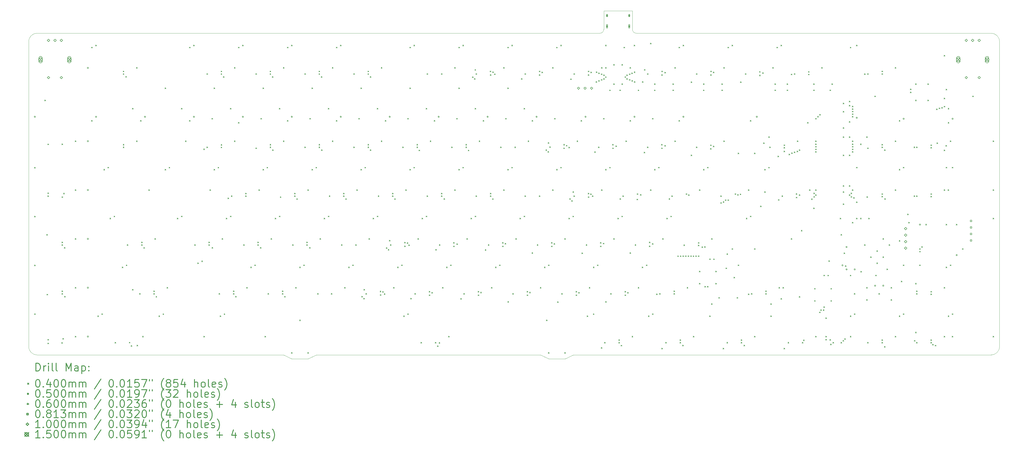
<source format=gbr>
%FSLAX45Y45*%
G04 Gerber Fmt 4.5, Leading zero omitted, Abs format (unit mm)*
G04 Created by KiCad (PCBNEW (5.1.10)-1) date 2021-12-23 20:50:30*
%MOMM*%
%LPD*%
G01*
G04 APERTURE LIST*
%TA.AperFunction,Profile*%
%ADD10C,0.100000*%
%TD*%
%ADD11C,0.200000*%
%ADD12C,0.300000*%
G04 APERTURE END LIST*
D10*
X25636510Y-8730700D02*
X39446890Y-8730700D01*
X2301730Y-8730700D02*
X24207850Y-8730700D01*
X1984250Y-20953680D02*
X1984250Y-9048180D01*
X11905500Y-21271160D02*
X2301730Y-21271160D01*
X39446890Y-21271160D02*
X23176040Y-21271160D01*
X39764370Y-9048180D02*
X39764370Y-20953680D01*
X1984250Y-9048180D02*
G75*
G02*
X2301730Y-8730700I317480J0D01*
G01*
X2301730Y-21271160D02*
G75*
G02*
X1984250Y-20953680I0J317480D01*
G01*
X39764370Y-20953680D02*
G75*
G02*
X39446890Y-21271160I-317480J0D01*
G01*
X39446890Y-8730700D02*
G75*
G02*
X39764370Y-9048180I0J-317480D01*
G01*
X21906120Y-21271160D02*
X13175420Y-21271160D01*
X22223600Y-21429900D02*
X21906120Y-21271160D01*
X22858560Y-21429900D02*
X23176040Y-21271160D01*
X22223600Y-21429900D02*
X22858560Y-21429900D01*
X12222980Y-21429900D02*
X11905500Y-21271160D01*
X12857940Y-21429900D02*
X13175420Y-21271160D01*
X12222980Y-21429900D02*
X12857940Y-21429900D01*
X24366590Y-8571960D02*
G75*
G02*
X24207850Y-8730700I-158740J0D01*
G01*
X25636510Y-8730700D02*
G75*
G02*
X25477770Y-8571960I0J158740D01*
G01*
X25477770Y-7857630D02*
X25477770Y-8571960D01*
X24366590Y-7857630D02*
X24366590Y-8571960D01*
X25477770Y-7857630D02*
X24366590Y-7857630D01*
D11*
X2202360Y-13949650D02*
X2242360Y-13989650D01*
X2242360Y-13949650D02*
X2202360Y-13989650D01*
X2202360Y-15854578D02*
X2242360Y-15894578D01*
X2242360Y-15854578D02*
X2202360Y-15894578D01*
X2202360Y-17759506D02*
X2242360Y-17799506D01*
X2242360Y-17759506D02*
X2202360Y-17799506D01*
X2202360Y-19663760D02*
X2242360Y-19703760D01*
X2242360Y-19663760D02*
X2202360Y-19703760D01*
X2599210Y-11329910D02*
X2639210Y-11369910D01*
X2639210Y-11329910D02*
X2599210Y-11369910D01*
X2678580Y-16568330D02*
X2718580Y-16608330D01*
X2718580Y-16568330D02*
X2678580Y-16608330D01*
X2688610Y-18900375D02*
X2728610Y-18940375D01*
X2728610Y-18900375D02*
X2688610Y-18940375D01*
X2718265Y-13042330D02*
X2758265Y-13082330D01*
X2758265Y-13042330D02*
X2718265Y-13082330D01*
X2718265Y-14947210D02*
X2758265Y-14987210D01*
X2758265Y-14947210D02*
X2718265Y-14987210D01*
X2718265Y-15060300D02*
X2758265Y-15100300D01*
X2758265Y-15060300D02*
X2718265Y-15100300D01*
X2718265Y-20661850D02*
X2758265Y-20701850D01*
X2758265Y-20661850D02*
X2718265Y-20701850D01*
X2718265Y-20805255D02*
X2758265Y-20845255D01*
X2758265Y-20805255D02*
X2718265Y-20845255D01*
X3264042Y-20784753D02*
X3304042Y-20824753D01*
X3304042Y-20784753D02*
X3264042Y-20824753D01*
X3273855Y-13036365D02*
X3313855Y-13076365D01*
X3313855Y-13036365D02*
X3273855Y-13076365D01*
X3273855Y-15099985D02*
X3313855Y-15139985D01*
X3313855Y-15099985D02*
X3273855Y-15139985D01*
X3273855Y-16865180D02*
X3313855Y-16905180D01*
X3313855Y-16865180D02*
X3273855Y-16905180D01*
X3273855Y-16965180D02*
X3313855Y-17005180D01*
X3313855Y-16965180D02*
X3273855Y-17005180D01*
X3273855Y-18770060D02*
X3313855Y-18810060D01*
X3313855Y-18770060D02*
X3273855Y-18810060D01*
X3273855Y-18870060D02*
X3313855Y-18910060D01*
X3313855Y-18870060D02*
X3273855Y-18910060D01*
X3303510Y-20626230D02*
X3343510Y-20666230D01*
X3343510Y-20626230D02*
X3303510Y-20666230D01*
X3335468Y-14959002D02*
X3375468Y-14999002D01*
X3375468Y-14959002D02*
X3335468Y-14999002D01*
X3363247Y-17078384D02*
X3403247Y-17118384D01*
X3403247Y-17078384D02*
X3363247Y-17118384D01*
X3375153Y-18980061D02*
X3415153Y-19020061D01*
X3415153Y-18980061D02*
X3375153Y-19020061D01*
X3789760Y-12917310D02*
X3829760Y-12957310D01*
X3829760Y-12917310D02*
X3789760Y-12957310D01*
X3789760Y-14822190D02*
X3829760Y-14862190D01*
X3829760Y-14822190D02*
X3789760Y-14862190D01*
X3789760Y-16727070D02*
X3829760Y-16767070D01*
X3829760Y-16727070D02*
X3789760Y-16767070D01*
X3789760Y-18631950D02*
X3829760Y-18671950D01*
X3829760Y-18631950D02*
X3789760Y-18671950D01*
X3789760Y-20536830D02*
X3829760Y-20576830D01*
X3829760Y-20536830D02*
X3789760Y-20576830D01*
X4424720Y-9266290D02*
X4464720Y-9306290D01*
X4464720Y-9266290D02*
X4424720Y-9306290D01*
X4424720Y-12123610D02*
X4464720Y-12163610D01*
X4464720Y-12123610D02*
X4424720Y-12163610D01*
X4583460Y-9186920D02*
X4623460Y-9226920D01*
X4623460Y-9186920D02*
X4583460Y-9226920D01*
X4662830Y-19743130D02*
X4702830Y-19783130D01*
X4702830Y-19743130D02*
X4662830Y-19783130D01*
X4821570Y-19663760D02*
X4861570Y-19703760D01*
X4861570Y-19663760D02*
X4821570Y-19703760D01*
X4900940Y-14028490D02*
X4940940Y-14068490D01*
X4940940Y-14028490D02*
X4900940Y-14068490D01*
X5059680Y-13949120D02*
X5099680Y-13989120D01*
X5099680Y-13949120D02*
X5059680Y-13989120D01*
X5139050Y-15933370D02*
X5179050Y-15973370D01*
X5179050Y-15933370D02*
X5139050Y-15973370D01*
X5297790Y-15854000D02*
X5337790Y-15894000D01*
X5337790Y-15854000D02*
X5297790Y-15894000D01*
X5337475Y-20774940D02*
X5377475Y-20814940D01*
X5377475Y-20774940D02*
X5337475Y-20814940D01*
X5615270Y-17838250D02*
X5655270Y-17878250D01*
X5655270Y-17838250D02*
X5615270Y-17878250D01*
X5654955Y-10198100D02*
X5694955Y-10238100D01*
X5694955Y-10198100D02*
X5654955Y-10238100D01*
X5654955Y-10298100D02*
X5694955Y-10338100D01*
X5694955Y-10298100D02*
X5654955Y-10338100D01*
X5654955Y-13055420D02*
X5694955Y-13095420D01*
X5694955Y-13055420D02*
X5654955Y-13095420D01*
X5654955Y-13155420D02*
X5694955Y-13195420D01*
X5694955Y-13155420D02*
X5654955Y-13195420D01*
X5752851Y-10408101D02*
X5792851Y-10448101D01*
X5792851Y-10408101D02*
X5752851Y-10448101D01*
X5774010Y-17758880D02*
X5814010Y-17798880D01*
X5814010Y-17758880D02*
X5774010Y-17798880D01*
X5813695Y-16965180D02*
X5853695Y-17005180D01*
X5853695Y-16965180D02*
X5813695Y-17005180D01*
X5890560Y-20772435D02*
X5930560Y-20812435D01*
X5930560Y-20772435D02*
X5890560Y-20812435D01*
X5966244Y-20904357D02*
X6006244Y-20944357D01*
X6006244Y-20904357D02*
X5966244Y-20944357D01*
X6012120Y-11647390D02*
X6052120Y-11687390D01*
X6052120Y-11647390D02*
X6012120Y-11687390D01*
X6012120Y-18711320D02*
X6052120Y-18751320D01*
X6052120Y-18711320D02*
X6012120Y-18751320D01*
X6170860Y-10059990D02*
X6210860Y-10099990D01*
X6210860Y-10059990D02*
X6170860Y-10099990D01*
X6170860Y-12917310D02*
X6210860Y-12957310D01*
X6210860Y-12917310D02*
X6170860Y-12957310D01*
X6194873Y-20884941D02*
X6234873Y-20924941D01*
X6234873Y-20884941D02*
X6194873Y-20924941D01*
X6289915Y-18870060D02*
X6329915Y-18910060D01*
X6329915Y-18870060D02*
X6289915Y-18910060D01*
X6329600Y-12123610D02*
X6369600Y-12163610D01*
X6369600Y-12123610D02*
X6329600Y-12163610D01*
X6369285Y-16865180D02*
X6409285Y-16905180D01*
X6409285Y-16865180D02*
X6369285Y-16905180D01*
X6369285Y-16965180D02*
X6409285Y-17005180D01*
X6409285Y-16965180D02*
X6369285Y-17005180D01*
X6408970Y-20536830D02*
X6448970Y-20576830D01*
X6448970Y-20536830D02*
X6408970Y-20576830D01*
X6455267Y-17081793D02*
X6495267Y-17121793D01*
X6495267Y-17081793D02*
X6455267Y-17121793D01*
X6647080Y-14822190D02*
X6687080Y-14862190D01*
X6687080Y-14822190D02*
X6647080Y-14862190D01*
X6845505Y-18770060D02*
X6885505Y-18810060D01*
X6885505Y-18770060D02*
X6845505Y-18810060D01*
X6845505Y-18870060D02*
X6885505Y-18910060D01*
X6885505Y-18870060D02*
X6845505Y-18910060D01*
X6885190Y-16727070D02*
X6925190Y-16767070D01*
X6925190Y-16727070D02*
X6885190Y-16767070D01*
X6932436Y-18985724D02*
X6972436Y-19025724D01*
X6972436Y-18985724D02*
X6932436Y-19025724D01*
X7043930Y-19743130D02*
X7083930Y-19783130D01*
X7083930Y-19743130D02*
X7043930Y-19783130D01*
X7202670Y-19663760D02*
X7242670Y-19703760D01*
X7242670Y-19663760D02*
X7202670Y-19703760D01*
X7282040Y-10853690D02*
X7322040Y-10893690D01*
X7322040Y-10853690D02*
X7282040Y-10893690D01*
X7282040Y-14028490D02*
X7322040Y-14068490D01*
X7322040Y-14028490D02*
X7282040Y-14068490D01*
X7361410Y-18631950D02*
X7401410Y-18671950D01*
X7401410Y-18631950D02*
X7361410Y-18671950D01*
X7440780Y-13949120D02*
X7480780Y-13989120D01*
X7480780Y-13949120D02*
X7440780Y-13989120D01*
X7758260Y-15933370D02*
X7798260Y-15973370D01*
X7798260Y-15933370D02*
X7758260Y-15973370D01*
X7917000Y-11647390D02*
X7957000Y-11687390D01*
X7957000Y-11647390D02*
X7917000Y-11687390D01*
X7917000Y-15854000D02*
X7957000Y-15894000D01*
X7957000Y-15854000D02*
X7917000Y-15894000D01*
X8075740Y-12917310D02*
X8115740Y-12957310D01*
X8115740Y-12917310D02*
X8075740Y-12957310D01*
X8234480Y-9266290D02*
X8274480Y-9306290D01*
X8274480Y-9266290D02*
X8234480Y-9306290D01*
X8234480Y-12123610D02*
X8274480Y-12163610D01*
X8274480Y-12123610D02*
X8234480Y-12163610D01*
X8393220Y-9186920D02*
X8433220Y-9226920D01*
X8433220Y-9186920D02*
X8393220Y-9226920D01*
X8432905Y-16965180D02*
X8472905Y-17005180D01*
X8472905Y-16965180D02*
X8432905Y-17005180D01*
X8551960Y-17679510D02*
X8591960Y-17719510D01*
X8591960Y-17679510D02*
X8551960Y-17719510D01*
X8710700Y-17600140D02*
X8750700Y-17640140D01*
X8750700Y-17600140D02*
X8710700Y-17640140D01*
X8786755Y-13235645D02*
X8826755Y-13275645D01*
X8826755Y-13235645D02*
X8786755Y-13275645D01*
X8790070Y-20536830D02*
X8830070Y-20576830D01*
X8830070Y-20536830D02*
X8790070Y-20576830D01*
X8909125Y-10298100D02*
X8949125Y-10338100D01*
X8949125Y-10298100D02*
X8909125Y-10338100D01*
X8909125Y-13155420D02*
X8949125Y-13195420D01*
X8949125Y-13155420D02*
X8909125Y-13195420D01*
X8988495Y-16865180D02*
X9028495Y-16905180D01*
X9028495Y-16865180D02*
X8988495Y-16905180D01*
X8988495Y-16965180D02*
X9028495Y-17005180D01*
X9028495Y-16965180D02*
X8988495Y-17005180D01*
X9028180Y-14822190D02*
X9068180Y-14862190D01*
X9068180Y-14822190D02*
X9028180Y-14862190D01*
X9107550Y-12044240D02*
X9147550Y-12084240D01*
X9147550Y-12044240D02*
X9107550Y-12084240D01*
X9110218Y-17075181D02*
X9150218Y-17115181D01*
X9150218Y-17075181D02*
X9110218Y-17115181D01*
X9186920Y-10853690D02*
X9226920Y-10893690D01*
X9226920Y-10853690D02*
X9186920Y-10893690D01*
X9186920Y-14028490D02*
X9226920Y-14068490D01*
X9226920Y-14028490D02*
X9186920Y-14068490D01*
X9345660Y-13949120D02*
X9385660Y-13989120D01*
X9385660Y-13949120D02*
X9345660Y-13989120D01*
X9385345Y-18870060D02*
X9425345Y-18910060D01*
X9425345Y-18870060D02*
X9385345Y-18910060D01*
X9425030Y-19743130D02*
X9465030Y-19783130D01*
X9465030Y-19743130D02*
X9425030Y-19783130D01*
X9464284Y-13061574D02*
X9504284Y-13101574D01*
X9504284Y-13061574D02*
X9464284Y-13101574D01*
X9464715Y-10198100D02*
X9504715Y-10238100D01*
X9504715Y-10198100D02*
X9464715Y-10238100D01*
X9464715Y-10298100D02*
X9504715Y-10338100D01*
X9504715Y-10298100D02*
X9464715Y-10338100D01*
X9464743Y-13161573D02*
X9504743Y-13201573D01*
X9504743Y-13161573D02*
X9464743Y-13201573D01*
X9504400Y-16727070D02*
X9544400Y-16767070D01*
X9544400Y-16727070D02*
X9504400Y-16767070D01*
X9554107Y-10411304D02*
X9594107Y-10451304D01*
X9594107Y-10411304D02*
X9554107Y-10451304D01*
X9583770Y-19663760D02*
X9623770Y-19703760D01*
X9623770Y-19663760D02*
X9583770Y-19703760D01*
X9663140Y-15933370D02*
X9703140Y-15973370D01*
X9703140Y-15933370D02*
X9663140Y-15973370D01*
X9728013Y-15144797D02*
X9768013Y-15184797D01*
X9768013Y-15144797D02*
X9728013Y-15184797D01*
X9821880Y-11647390D02*
X9861880Y-11687390D01*
X9861880Y-11647390D02*
X9821880Y-11687390D01*
X9821880Y-15854000D02*
X9861880Y-15894000D01*
X9861880Y-15854000D02*
X9821880Y-15894000D01*
X9861565Y-15060300D02*
X9901565Y-15100300D01*
X9901565Y-15060300D02*
X9861565Y-15100300D01*
X9940935Y-18770060D02*
X9980935Y-18810060D01*
X9980935Y-18770060D02*
X9940935Y-18810060D01*
X9940935Y-18870060D02*
X9980935Y-18910060D01*
X9980935Y-18870060D02*
X9940935Y-18910060D01*
X9980620Y-10059990D02*
X10020620Y-10099990D01*
X10020620Y-10059990D02*
X9980620Y-10099990D01*
X9980620Y-12917310D02*
X10020620Y-12957310D01*
X10020620Y-12917310D02*
X9980620Y-12957310D01*
X10030327Y-18983264D02*
X10070327Y-19023264D01*
X10070327Y-18983264D02*
X10030327Y-19023264D01*
X10139360Y-9266290D02*
X10179360Y-9306290D01*
X10179360Y-9266290D02*
X10139360Y-9306290D01*
X10139360Y-12202980D02*
X10179360Y-12242980D01*
X10179360Y-12202980D02*
X10139360Y-12242980D01*
X10298100Y-9186920D02*
X10338100Y-9226920D01*
X10338100Y-9186920D02*
X10298100Y-9226920D01*
X10337785Y-16965180D02*
X10377785Y-17005180D01*
X10377785Y-16965180D02*
X10337785Y-17005180D01*
X10417155Y-14960300D02*
X10457155Y-15000300D01*
X10457155Y-14960300D02*
X10417155Y-15000300D01*
X10417155Y-15060300D02*
X10457155Y-15100300D01*
X10457155Y-15060300D02*
X10417155Y-15100300D01*
X10456840Y-18631950D02*
X10496840Y-18671950D01*
X10496840Y-18631950D02*
X10456840Y-18671950D01*
X10615580Y-17838250D02*
X10655580Y-17878250D01*
X10655580Y-17838250D02*
X10615580Y-17878250D01*
X10774320Y-17758880D02*
X10814320Y-17798880D01*
X10814320Y-17758880D02*
X10774320Y-17798880D01*
X10814005Y-10298100D02*
X10854005Y-10338100D01*
X10854005Y-10298100D02*
X10814005Y-10338100D01*
X10814005Y-13195105D02*
X10854005Y-13235105D01*
X10854005Y-13195105D02*
X10814005Y-13235105D01*
X10893375Y-16865180D02*
X10933375Y-16905180D01*
X10933375Y-16865180D02*
X10893375Y-16905180D01*
X10893375Y-16965180D02*
X10933375Y-17005180D01*
X10933375Y-16965180D02*
X10893375Y-17005180D01*
X10933060Y-14822190D02*
X10973060Y-14862190D01*
X10973060Y-14822190D02*
X10933060Y-14862190D01*
X10994673Y-17075181D02*
X11034673Y-17115181D01*
X11034673Y-17075181D02*
X10994673Y-17115181D01*
X11012430Y-12044240D02*
X11052430Y-12084240D01*
X11052430Y-12044240D02*
X11012430Y-12084240D01*
X11091800Y-10853690D02*
X11131800Y-10893690D01*
X11131800Y-10853690D02*
X11091800Y-10893690D01*
X11091800Y-14028490D02*
X11131800Y-14068490D01*
X11131800Y-14028490D02*
X11091800Y-14068490D01*
X11171170Y-20536830D02*
X11211170Y-20576830D01*
X11211170Y-20536830D02*
X11171170Y-20576830D01*
X11250540Y-13949120D02*
X11290540Y-13989120D01*
X11290540Y-13949120D02*
X11250540Y-13989120D01*
X11290225Y-18870060D02*
X11330225Y-18910060D01*
X11330225Y-18870060D02*
X11290225Y-18910060D01*
X11369595Y-10198100D02*
X11409595Y-10238100D01*
X11409595Y-10198100D02*
X11369595Y-10238100D01*
X11369595Y-10298100D02*
X11409595Y-10338100D01*
X11409595Y-10298100D02*
X11369595Y-10338100D01*
X11369595Y-13055420D02*
X11409595Y-13095420D01*
X11409595Y-13055420D02*
X11369595Y-13095420D01*
X11369595Y-13155420D02*
X11409595Y-13195420D01*
X11409595Y-13155420D02*
X11369595Y-13195420D01*
X11409280Y-16727070D02*
X11449280Y-16767070D01*
X11449280Y-16727070D02*
X11409280Y-16767070D01*
X11455577Y-10414713D02*
X11495577Y-10454713D01*
X11495577Y-10414713D02*
X11455577Y-10454713D01*
X11467491Y-13265421D02*
X11507491Y-13305421D01*
X11507491Y-13265421D02*
X11467491Y-13305421D01*
X11568020Y-15933370D02*
X11608020Y-15973370D01*
X11608020Y-15933370D02*
X11568020Y-15973370D01*
X11726760Y-11647390D02*
X11766760Y-11687390D01*
X11766760Y-11647390D02*
X11726760Y-11687390D01*
X11726760Y-15854000D02*
X11766760Y-15894000D01*
X11766760Y-15854000D02*
X11726760Y-15894000D01*
X11766445Y-15099985D02*
X11806445Y-15139985D01*
X11806445Y-15099985D02*
X11766445Y-15139985D01*
X11845815Y-18770060D02*
X11885815Y-18810060D01*
X11885815Y-18770060D02*
X11845815Y-18810060D01*
X11845815Y-18870060D02*
X11885815Y-18910060D01*
X11885815Y-18870060D02*
X11845815Y-18910060D01*
X11885500Y-10059990D02*
X11925500Y-10099990D01*
X11925500Y-10059990D02*
X11885500Y-10099990D01*
X11885500Y-12917310D02*
X11925500Y-12957310D01*
X11925500Y-12917310D02*
X11885500Y-12957310D01*
X11931797Y-18986673D02*
X11971797Y-19026673D01*
X11971797Y-18986673D02*
X11931797Y-19026673D01*
X12044240Y-9266290D02*
X12084240Y-9306290D01*
X12084240Y-9266290D02*
X12044240Y-9306290D01*
X12044240Y-12123610D02*
X12084240Y-12163610D01*
X12084240Y-12123610D02*
X12044240Y-12163610D01*
X12202980Y-9186920D02*
X12242980Y-9226920D01*
X12242980Y-9186920D02*
X12202980Y-9226920D01*
X12202980Y-21171790D02*
X12242980Y-21211790D01*
X12242980Y-21171790D02*
X12202980Y-21211790D01*
X12242665Y-16965180D02*
X12282665Y-17005180D01*
X12282665Y-16965180D02*
X12242665Y-17005180D01*
X12322035Y-14960300D02*
X12362035Y-15000300D01*
X12362035Y-14960300D02*
X12322035Y-15000300D01*
X12322035Y-15060300D02*
X12362035Y-15100300D01*
X12362035Y-15060300D02*
X12322035Y-15100300D01*
X12361720Y-18631950D02*
X12401720Y-18671950D01*
X12401720Y-18631950D02*
X12361720Y-18671950D01*
X12408017Y-15176913D02*
X12448017Y-15216913D01*
X12448017Y-15176913D02*
X12408017Y-15216913D01*
X12520460Y-17838250D02*
X12560460Y-17878250D01*
X12560460Y-17838250D02*
X12520460Y-17878250D01*
X12520460Y-19901870D02*
X12560460Y-19941870D01*
X12560460Y-19901870D02*
X12520460Y-19941870D01*
X12679200Y-17758880D02*
X12719200Y-17798880D01*
X12719200Y-17758880D02*
X12679200Y-17798880D01*
X12718885Y-10298100D02*
X12758885Y-10338100D01*
X12758885Y-10298100D02*
X12718885Y-10338100D01*
X12718885Y-13155420D02*
X12758885Y-13195420D01*
X12758885Y-13155420D02*
X12718885Y-13195420D01*
X12798255Y-16865180D02*
X12838255Y-16905180D01*
X12838255Y-16865180D02*
X12798255Y-16905180D01*
X12798255Y-16965180D02*
X12838255Y-17005180D01*
X12838255Y-16965180D02*
X12798255Y-17005180D01*
X12837940Y-14822190D02*
X12877940Y-14862190D01*
X12877940Y-14822190D02*
X12837940Y-14862190D01*
X12837940Y-21171790D02*
X12877940Y-21211790D01*
X12877940Y-21171790D02*
X12837940Y-21211790D01*
X12903372Y-17075181D02*
X12943372Y-17115181D01*
X12943372Y-17075181D02*
X12903372Y-17115181D01*
X12917310Y-12044240D02*
X12957310Y-12084240D01*
X12957310Y-12044240D02*
X12917310Y-12084240D01*
X12996680Y-10853690D02*
X13036680Y-10893690D01*
X13036680Y-10853690D02*
X12996680Y-10893690D01*
X12996680Y-14028490D02*
X13036680Y-14068490D01*
X13036680Y-14028490D02*
X12996680Y-14068490D01*
X13155420Y-13949120D02*
X13195420Y-13989120D01*
X13195420Y-13949120D02*
X13155420Y-13989120D01*
X13217900Y-18870060D02*
X13257900Y-18910060D01*
X13257900Y-18870060D02*
X13217900Y-18910060D01*
X13274475Y-10198100D02*
X13314475Y-10238100D01*
X13314475Y-10198100D02*
X13274475Y-10238100D01*
X13274475Y-10298100D02*
X13314475Y-10338100D01*
X13314475Y-10298100D02*
X13274475Y-10338100D01*
X13274475Y-13055420D02*
X13314475Y-13095420D01*
X13314475Y-13055420D02*
X13274475Y-13095420D01*
X13274475Y-13155420D02*
X13314475Y-13195420D01*
X13314475Y-13155420D02*
X13274475Y-13195420D01*
X13314160Y-16727070D02*
X13354160Y-16767070D01*
X13354160Y-16727070D02*
X13314160Y-16767070D01*
X13363867Y-10411304D02*
X13403867Y-10451304D01*
X13403867Y-10411304D02*
X13363867Y-10451304D01*
X13372371Y-13265421D02*
X13412371Y-13305421D01*
X13412371Y-13265421D02*
X13372371Y-13305421D01*
X13472900Y-15933370D02*
X13512900Y-15973370D01*
X13512900Y-15933370D02*
X13472900Y-15973370D01*
X13631640Y-11647390D02*
X13671640Y-11687390D01*
X13671640Y-11647390D02*
X13631640Y-11687390D01*
X13631640Y-15854000D02*
X13671640Y-15894000D01*
X13671640Y-15854000D02*
X13631640Y-15894000D01*
X13671325Y-15060300D02*
X13711325Y-15100300D01*
X13711325Y-15060300D02*
X13671325Y-15100300D01*
X13750695Y-18870060D02*
X13790695Y-18910060D01*
X13790695Y-18870060D02*
X13750695Y-18910060D01*
X13790380Y-10059990D02*
X13830380Y-10099990D01*
X13830380Y-10059990D02*
X13790380Y-10099990D01*
X13790380Y-12917310D02*
X13830380Y-12957310D01*
X13830380Y-12917310D02*
X13790380Y-12957310D01*
X13949120Y-9266290D02*
X13989120Y-9306290D01*
X13989120Y-9266290D02*
X13949120Y-9306290D01*
X13949120Y-12123610D02*
X13989120Y-12163610D01*
X13989120Y-12123610D02*
X13949120Y-12163610D01*
X14107860Y-9186920D02*
X14147860Y-9226920D01*
X14147860Y-9186920D02*
X14107860Y-9226920D01*
X14147545Y-16965180D02*
X14187545Y-17005180D01*
X14187545Y-16965180D02*
X14147545Y-17005180D01*
X14226915Y-14960300D02*
X14266915Y-15000300D01*
X14266915Y-14960300D02*
X14226915Y-15000300D01*
X14226915Y-15060300D02*
X14266915Y-15100300D01*
X14266915Y-15060300D02*
X14226915Y-15100300D01*
X14266600Y-18631950D02*
X14306600Y-18671950D01*
X14306600Y-18631950D02*
X14266600Y-18671950D01*
X14312897Y-15176913D02*
X14352897Y-15216913D01*
X14352897Y-15176913D02*
X14312897Y-15216913D01*
X14425340Y-17838250D02*
X14465340Y-17878250D01*
X14465340Y-17838250D02*
X14425340Y-17878250D01*
X14584080Y-17758880D02*
X14624080Y-17798880D01*
X14624080Y-17758880D02*
X14584080Y-17798880D01*
X14623765Y-10298100D02*
X14663765Y-10338100D01*
X14663765Y-10298100D02*
X14623765Y-10338100D01*
X14623765Y-13155420D02*
X14663765Y-13195420D01*
X14663765Y-13155420D02*
X14623765Y-13195420D01*
X14703135Y-16965180D02*
X14743135Y-17005180D01*
X14743135Y-16965180D02*
X14703135Y-17005180D01*
X14742820Y-14822190D02*
X14782820Y-14862190D01*
X14782820Y-14822190D02*
X14742820Y-14862190D01*
X14822190Y-12044240D02*
X14862190Y-12084240D01*
X14862190Y-12044240D02*
X14822190Y-12084240D01*
X14901560Y-10853690D02*
X14941560Y-10893690D01*
X14941560Y-10853690D02*
X14901560Y-10893690D01*
X14901560Y-14028490D02*
X14941560Y-14068490D01*
X14941560Y-14028490D02*
X14901560Y-14068490D01*
X14938306Y-18983000D02*
X14978306Y-19023000D01*
X14978306Y-18983000D02*
X14938306Y-19023000D01*
X15011852Y-19056547D02*
X15051852Y-19096547D01*
X15051852Y-19056547D02*
X15011852Y-19096547D01*
X15021347Y-18711799D02*
X15061347Y-18751799D01*
X15061347Y-18711799D02*
X15021347Y-18751799D01*
X15060300Y-13949120D02*
X15100300Y-13989120D01*
X15100300Y-13949120D02*
X15060300Y-13989120D01*
X15099985Y-18870060D02*
X15139985Y-18910060D01*
X15139985Y-18870060D02*
X15099985Y-18910060D01*
X15179355Y-10198100D02*
X15219355Y-10238100D01*
X15219355Y-10198100D02*
X15179355Y-10238100D01*
X15179355Y-10298100D02*
X15219355Y-10338100D01*
X15219355Y-10298100D02*
X15179355Y-10338100D01*
X15179355Y-13055420D02*
X15219355Y-13095420D01*
X15219355Y-13055420D02*
X15179355Y-13095420D01*
X15179355Y-13155420D02*
X15219355Y-13195420D01*
X15219355Y-13155420D02*
X15179355Y-13195420D01*
X15219040Y-16727070D02*
X15259040Y-16767070D01*
X15259040Y-16727070D02*
X15219040Y-16767070D01*
X15265337Y-10414713D02*
X15305337Y-10454713D01*
X15305337Y-10414713D02*
X15265337Y-10454713D01*
X15268747Y-13268624D02*
X15308747Y-13308624D01*
X15308747Y-13268624D02*
X15268747Y-13308624D01*
X15377780Y-15933370D02*
X15417780Y-15973370D01*
X15417780Y-15933370D02*
X15377780Y-15973370D01*
X15536520Y-11647390D02*
X15576520Y-11687390D01*
X15576520Y-11647390D02*
X15536520Y-11687390D01*
X15536520Y-15854000D02*
X15576520Y-15894000D01*
X15576520Y-15854000D02*
X15536520Y-15894000D01*
X15576205Y-15060300D02*
X15616205Y-15100300D01*
X15616205Y-15060300D02*
X15576205Y-15100300D01*
X15654088Y-18779115D02*
X15694088Y-18819115D01*
X15694088Y-18779115D02*
X15654088Y-18819115D01*
X15655575Y-18919115D02*
X15695575Y-18959115D01*
X15695575Y-18919115D02*
X15655575Y-18959115D01*
X15695260Y-10059990D02*
X15735260Y-10099990D01*
X15735260Y-10059990D02*
X15695260Y-10099990D01*
X15695260Y-12917310D02*
X15735260Y-12957310D01*
X15735260Y-12917310D02*
X15695260Y-12957310D01*
X15753079Y-18793286D02*
X15793079Y-18833286D01*
X15793079Y-18793286D02*
X15753079Y-18833286D01*
X15814315Y-18880062D02*
X15854315Y-18920062D01*
X15854315Y-18880062D02*
X15814315Y-18920062D01*
X15854000Y-12123610D02*
X15894000Y-12163610D01*
X15894000Y-12123610D02*
X15854000Y-12163610D01*
X15895273Y-17082648D02*
X15935273Y-17122648D01*
X15935273Y-17082648D02*
X15895273Y-17122648D01*
X15965983Y-17153358D02*
X16005983Y-17193358D01*
X16005983Y-17153358D02*
X15965983Y-17193358D01*
X16012582Y-16799570D02*
X16052582Y-16839570D01*
X16052582Y-16799570D02*
X16012582Y-16839570D01*
X16052425Y-16965180D02*
X16092425Y-17005180D01*
X16092425Y-16965180D02*
X16052425Y-17005180D01*
X16131795Y-14960300D02*
X16171795Y-15000300D01*
X16171795Y-14960300D02*
X16131795Y-15000300D01*
X16131795Y-15060300D02*
X16171795Y-15100300D01*
X16171795Y-15060300D02*
X16131795Y-15100300D01*
X16171480Y-18631950D02*
X16211480Y-18671950D01*
X16211480Y-18631950D02*
X16171480Y-18671950D01*
X16217777Y-15176913D02*
X16257777Y-15216913D01*
X16257777Y-15176913D02*
X16217777Y-15216913D01*
X16330220Y-17838250D02*
X16370220Y-17878250D01*
X16370220Y-17838250D02*
X16330220Y-17878250D01*
X16488960Y-17758880D02*
X16528960Y-17798880D01*
X16528960Y-17758880D02*
X16488960Y-17798880D01*
X16528645Y-13155420D02*
X16568645Y-13195420D01*
X16568645Y-13155420D02*
X16528645Y-13195420D01*
X16568330Y-19743130D02*
X16608330Y-19783130D01*
X16608330Y-19743130D02*
X16568330Y-19783130D01*
X16606999Y-16874867D02*
X16646999Y-16914867D01*
X16646999Y-16874867D02*
X16606999Y-16914867D01*
X16608015Y-17014867D02*
X16648015Y-17054867D01*
X16648015Y-17014867D02*
X16608015Y-17054867D01*
X16647700Y-14822190D02*
X16687700Y-14862190D01*
X16687700Y-14822190D02*
X16647700Y-14862190D01*
X16706086Y-16888356D02*
X16746086Y-16928356D01*
X16746086Y-16888356D02*
X16706086Y-16928356D01*
X16727070Y-12044240D02*
X16767070Y-12084240D01*
X16767070Y-12044240D02*
X16727070Y-12084240D01*
X16727070Y-19663760D02*
X16767070Y-19703760D01*
X16767070Y-19663760D02*
X16727070Y-19703760D01*
X16766755Y-16974866D02*
X16806755Y-17014866D01*
X16806755Y-16974866D02*
X16766755Y-17014866D01*
X16806440Y-9266290D02*
X16846440Y-9306290D01*
X16846440Y-9266290D02*
X16806440Y-9306290D01*
X16806440Y-10853690D02*
X16846440Y-10893690D01*
X16846440Y-10853690D02*
X16806440Y-10893690D01*
X16806440Y-14028490D02*
X16846440Y-14068490D01*
X16846440Y-14028490D02*
X16806440Y-14068490D01*
X16846125Y-19060063D02*
X16886125Y-19100063D01*
X16886125Y-19060063D02*
X16846125Y-19100063D01*
X16965180Y-9186920D02*
X17005180Y-9226920D01*
X17005180Y-9186920D02*
X16965180Y-9226920D01*
X16965180Y-13949120D02*
X17005180Y-13989120D01*
X17005180Y-13949120D02*
X16965180Y-13989120D01*
X17004865Y-18870060D02*
X17044865Y-18910060D01*
X17044865Y-18870060D02*
X17004865Y-18910060D01*
X17084235Y-13055420D02*
X17124235Y-13095420D01*
X17124235Y-13055420D02*
X17084235Y-13095420D01*
X17084235Y-13155420D02*
X17124235Y-13195420D01*
X17124235Y-13155420D02*
X17084235Y-13195420D01*
X17123920Y-16727070D02*
X17163920Y-16767070D01*
X17163920Y-16727070D02*
X17123920Y-16767070D01*
X17163172Y-13279078D02*
X17203172Y-13319078D01*
X17203172Y-13279078D02*
X17163172Y-13319078D01*
X17242975Y-20774940D02*
X17282975Y-20814940D01*
X17282975Y-20774940D02*
X17242975Y-20814940D01*
X17282660Y-15933370D02*
X17322660Y-15973370D01*
X17322660Y-15933370D02*
X17282660Y-15973370D01*
X17441400Y-11647390D02*
X17481400Y-11687390D01*
X17481400Y-11647390D02*
X17441400Y-11687390D01*
X17441400Y-15854000D02*
X17481400Y-15894000D01*
X17481400Y-15854000D02*
X17441400Y-15894000D01*
X17481085Y-10298100D02*
X17521085Y-10338100D01*
X17521085Y-10298100D02*
X17481085Y-10338100D01*
X17481085Y-15060300D02*
X17521085Y-15100300D01*
X17521085Y-15060300D02*
X17481085Y-15100300D01*
X17560455Y-18786971D02*
X17600455Y-18826971D01*
X17600455Y-18786971D02*
X17560455Y-18826971D01*
X17560455Y-18926971D02*
X17600455Y-18966971D01*
X17600455Y-18926971D02*
X17560455Y-18966971D01*
X17600140Y-12917310D02*
X17640140Y-12957310D01*
X17640140Y-12917310D02*
X17600140Y-12957310D01*
X17662787Y-18826708D02*
X17702787Y-18866708D01*
X17702787Y-18826708D02*
X17662787Y-18866708D01*
X17758880Y-12123610D02*
X17798880Y-12163610D01*
X17798880Y-12123610D02*
X17758880Y-12163610D01*
X17798565Y-20774940D02*
X17838565Y-20814940D01*
X17838565Y-20774940D02*
X17798565Y-20814940D01*
X17819280Y-17155183D02*
X17859280Y-17195183D01*
X17859280Y-17155183D02*
X17819280Y-17195183D01*
X17883096Y-20914725D02*
X17923096Y-20954725D01*
X17923096Y-20914725D02*
X17883096Y-20954725D01*
X17947935Y-20782083D02*
X17987935Y-20822083D01*
X17987935Y-20782083D02*
X17947935Y-20822083D01*
X17957305Y-16965180D02*
X17997305Y-17005180D01*
X17997305Y-16965180D02*
X17957305Y-17005180D01*
X18036675Y-10298100D02*
X18076675Y-10338100D01*
X18076675Y-10298100D02*
X18036675Y-10338100D01*
X18036675Y-14960300D02*
X18076675Y-15000300D01*
X18076675Y-14960300D02*
X18036675Y-15000300D01*
X18036675Y-15060300D02*
X18076675Y-15100300D01*
X18076675Y-15060300D02*
X18036675Y-15100300D01*
X18076360Y-18631950D02*
X18116360Y-18671950D01*
X18116360Y-18631950D02*
X18076360Y-18671950D01*
X18137973Y-15170301D02*
X18177973Y-15210301D01*
X18177973Y-15170301D02*
X18137973Y-15210301D01*
X18235100Y-17838250D02*
X18275100Y-17878250D01*
X18275100Y-17838250D02*
X18235100Y-17878250D01*
X18314470Y-20536830D02*
X18354470Y-20576830D01*
X18354470Y-20536830D02*
X18314470Y-20576830D01*
X18393840Y-17758880D02*
X18433840Y-17798880D01*
X18433840Y-17758880D02*
X18393840Y-17798880D01*
X18433525Y-13155420D02*
X18473525Y-13195420D01*
X18473525Y-13155420D02*
X18433525Y-13195420D01*
X18512895Y-16882091D02*
X18552895Y-16922091D01*
X18552895Y-16882091D02*
X18512895Y-16922091D01*
X18512895Y-17022091D02*
X18552895Y-17062091D01*
X18552895Y-17022091D02*
X18512895Y-17062091D01*
X18552580Y-10059990D02*
X18592580Y-10099990D01*
X18592580Y-10059990D02*
X18552580Y-10099990D01*
X18552580Y-14822190D02*
X18592580Y-14862190D01*
X18592580Y-14822190D02*
X18552580Y-14862190D01*
X18631950Y-12044240D02*
X18671950Y-12084240D01*
X18671950Y-12044240D02*
X18631950Y-12084240D01*
X18638341Y-16935181D02*
X18678341Y-16975181D01*
X18678341Y-16935181D02*
X18638341Y-16975181D01*
X18711320Y-9266290D02*
X18751320Y-9306290D01*
X18751320Y-9266290D02*
X18711320Y-9306290D01*
X18711320Y-10853690D02*
X18751320Y-10893690D01*
X18751320Y-10853690D02*
X18711320Y-10893690D01*
X18711320Y-14028490D02*
X18751320Y-14068490D01*
X18751320Y-14028490D02*
X18711320Y-14068490D01*
X18790690Y-19066971D02*
X18830690Y-19106971D01*
X18830690Y-19066971D02*
X18790690Y-19106971D01*
X18870060Y-9186920D02*
X18910060Y-9226920D01*
X18910060Y-9186920D02*
X18870060Y-9226920D01*
X18870060Y-13949120D02*
X18910060Y-13989120D01*
X18910060Y-13949120D02*
X18870060Y-13989120D01*
X18909745Y-18870060D02*
X18949745Y-18910060D01*
X18949745Y-18870060D02*
X18909745Y-18910060D01*
X18989115Y-13055420D02*
X19029115Y-13095420D01*
X19029115Y-13055420D02*
X18989115Y-13095420D01*
X18989115Y-13155420D02*
X19029115Y-13195420D01*
X19029115Y-13155420D02*
X18989115Y-13195420D01*
X19028800Y-16727070D02*
X19068800Y-16767070D01*
X19068800Y-16727070D02*
X19028800Y-16767070D01*
X19082825Y-13279760D02*
X19122825Y-13319760D01*
X19122825Y-13279760D02*
X19082825Y-13319760D01*
X19187540Y-15933370D02*
X19227540Y-15973370D01*
X19227540Y-15933370D02*
X19187540Y-15973370D01*
X19250655Y-10421955D02*
X19290655Y-10461955D01*
X19290655Y-10421955D02*
X19250655Y-10461955D01*
X19321366Y-10492666D02*
X19361366Y-10532666D01*
X19361366Y-10492666D02*
X19321366Y-10532666D01*
X19345161Y-10137770D02*
X19385161Y-10177770D01*
X19385161Y-10137770D02*
X19345161Y-10177770D01*
X19346280Y-11647390D02*
X19386280Y-11687390D01*
X19386280Y-11647390D02*
X19346280Y-11687390D01*
X19346280Y-15854000D02*
X19386280Y-15894000D01*
X19386280Y-15854000D02*
X19346280Y-15894000D01*
X19385965Y-10298100D02*
X19425965Y-10338100D01*
X19425965Y-10298100D02*
X19385965Y-10338100D01*
X19385965Y-15060300D02*
X19425965Y-15100300D01*
X19425965Y-15060300D02*
X19385965Y-15100300D01*
X19465335Y-18786971D02*
X19505335Y-18826971D01*
X19505335Y-18786971D02*
X19465335Y-18826971D01*
X19465335Y-18926971D02*
X19505335Y-18966971D01*
X19505335Y-18926971D02*
X19465335Y-18966971D01*
X19505020Y-12917310D02*
X19545020Y-12957310D01*
X19545020Y-12917310D02*
X19505020Y-12957310D01*
X19564492Y-18823532D02*
X19604492Y-18863532D01*
X19604492Y-18823532D02*
X19564492Y-18863532D01*
X19663760Y-12123610D02*
X19703760Y-12163610D01*
X19703760Y-12123610D02*
X19663760Y-12163610D01*
X19743130Y-17162091D02*
X19783130Y-17202091D01*
X19783130Y-17162091D02*
X19743130Y-17202091D01*
X19862185Y-16965180D02*
X19902185Y-17005180D01*
X19902185Y-16965180D02*
X19862185Y-17005180D01*
X19935598Y-10197785D02*
X19975598Y-10237785D01*
X19975598Y-10197785D02*
X19935598Y-10237785D01*
X19941555Y-10337785D02*
X19981555Y-10377785D01*
X19981555Y-10337785D02*
X19941555Y-10377785D01*
X19941555Y-14960300D02*
X19981555Y-15000300D01*
X19981555Y-14960300D02*
X19941555Y-15000300D01*
X19941555Y-15060300D02*
X19981555Y-15100300D01*
X19981555Y-15060300D02*
X19941555Y-15100300D01*
X19981240Y-18631950D02*
X20021240Y-18671950D01*
X20021240Y-18631950D02*
X19981240Y-18671950D01*
X20027537Y-15176913D02*
X20067537Y-15216913D01*
X20067537Y-15176913D02*
X20027537Y-15216913D01*
X20037644Y-10229844D02*
X20077644Y-10269844D01*
X20077644Y-10229844D02*
X20037644Y-10269844D01*
X20100295Y-10307786D02*
X20140295Y-10347786D01*
X20140295Y-10307786D02*
X20100295Y-10347786D01*
X20139980Y-17838250D02*
X20179980Y-17878250D01*
X20179980Y-17838250D02*
X20139980Y-17878250D01*
X20298720Y-17758880D02*
X20338720Y-17798880D01*
X20338720Y-17758880D02*
X20298720Y-17798880D01*
X20338405Y-13155420D02*
X20378405Y-13195420D01*
X20378405Y-13155420D02*
X20338405Y-13195420D01*
X20417775Y-16882091D02*
X20457775Y-16922091D01*
X20457775Y-16882091D02*
X20417775Y-16922091D01*
X20417775Y-17022091D02*
X20457775Y-17062091D01*
X20457775Y-17022091D02*
X20417775Y-17062091D01*
X20457460Y-10059990D02*
X20497460Y-10099990D01*
X20497460Y-10059990D02*
X20457460Y-10099990D01*
X20457460Y-14822190D02*
X20497460Y-14862190D01*
X20497460Y-14822190D02*
X20457460Y-14862190D01*
X20516932Y-16918652D02*
X20556932Y-16958652D01*
X20556932Y-16918652D02*
X20516932Y-16958652D01*
X20536830Y-12044240D02*
X20576830Y-12084240D01*
X20576830Y-12044240D02*
X20536830Y-12084240D01*
X20616200Y-9266290D02*
X20656200Y-9306290D01*
X20656200Y-9266290D02*
X20616200Y-9306290D01*
X20616200Y-10853690D02*
X20656200Y-10893690D01*
X20656200Y-10853690D02*
X20616200Y-10893690D01*
X20616200Y-14028490D02*
X20656200Y-14068490D01*
X20656200Y-14028490D02*
X20616200Y-14068490D01*
X20623703Y-19186974D02*
X20663703Y-19226974D01*
X20663703Y-19186974D02*
X20623703Y-19226974D01*
X20774940Y-9186920D02*
X20814940Y-9226920D01*
X20814940Y-9186920D02*
X20774940Y-9226920D01*
X20774940Y-13949120D02*
X20814940Y-13989120D01*
X20814940Y-13949120D02*
X20774940Y-13989120D01*
X20814625Y-18870060D02*
X20854625Y-18910060D01*
X20854625Y-18870060D02*
X20814625Y-18910060D01*
X20893995Y-13155420D02*
X20933995Y-13195420D01*
X20933995Y-13155420D02*
X20893995Y-13195420D01*
X20933680Y-16727070D02*
X20973680Y-16767070D01*
X20973680Y-16727070D02*
X20933680Y-16767070D01*
X21092420Y-15933370D02*
X21132420Y-15973370D01*
X21132420Y-15933370D02*
X21092420Y-15973370D01*
X21153008Y-10491452D02*
X21193008Y-10531452D01*
X21193008Y-10491452D02*
X21153008Y-10531452D01*
X21251160Y-11647390D02*
X21291160Y-11687390D01*
X21291160Y-11647390D02*
X21251160Y-11687390D01*
X21251160Y-15854000D02*
X21291160Y-15894000D01*
X21291160Y-15854000D02*
X21251160Y-15894000D01*
X21290845Y-10298100D02*
X21330845Y-10338100D01*
X21330845Y-10298100D02*
X21290845Y-10338100D01*
X21290845Y-15060300D02*
X21330845Y-15100300D01*
X21330845Y-15060300D02*
X21290845Y-15100300D01*
X21370215Y-18786971D02*
X21410215Y-18826971D01*
X21410215Y-18786971D02*
X21370215Y-18826971D01*
X21370215Y-18926971D02*
X21410215Y-18966971D01*
X21410215Y-18926971D02*
X21370215Y-18966971D01*
X21409900Y-12917310D02*
X21449900Y-12957310D01*
X21449900Y-12917310D02*
X21409900Y-12957310D01*
X21469372Y-18823532D02*
X21509372Y-18863532D01*
X21509372Y-18823532D02*
X21469372Y-18863532D01*
X21562936Y-17282094D02*
X21602936Y-17322094D01*
X21602936Y-17282094D02*
X21562936Y-17322094D01*
X21568640Y-12123610D02*
X21608640Y-12163610D01*
X21608640Y-12123610D02*
X21568640Y-12163610D01*
X21767065Y-16965180D02*
X21807065Y-17005180D01*
X21807065Y-16965180D02*
X21767065Y-17005180D01*
X21846435Y-10337785D02*
X21886435Y-10377785D01*
X21886435Y-10337785D02*
X21846435Y-10377785D01*
X21846435Y-15060300D02*
X21886435Y-15100300D01*
X21886435Y-15060300D02*
X21846435Y-15100300D01*
X21849813Y-10197785D02*
X21889813Y-10237785D01*
X21889813Y-10197785D02*
X21849813Y-10237785D01*
X21886120Y-18631950D02*
X21926120Y-18671950D01*
X21926120Y-18631950D02*
X21886120Y-18671950D01*
X21949689Y-10238444D02*
X21989689Y-10278444D01*
X21989689Y-10238444D02*
X21949689Y-10278444D01*
X22044860Y-17838250D02*
X22084860Y-17878250D01*
X22084860Y-17838250D02*
X22044860Y-17878250D01*
X22105975Y-13265421D02*
X22145975Y-13305421D01*
X22145975Y-13265421D02*
X22105975Y-13305421D01*
X22124230Y-19901870D02*
X22164230Y-19941870D01*
X22164230Y-19901870D02*
X22124230Y-19941870D01*
X22185345Y-13332415D02*
X22225345Y-13372415D01*
X22225345Y-13332415D02*
X22185345Y-13372415D01*
X22192094Y-12989810D02*
X22232094Y-13029810D01*
X22232094Y-12989810D02*
X22192094Y-13029810D01*
X22203600Y-17758880D02*
X22243600Y-17798880D01*
X22243600Y-17758880D02*
X22203600Y-17798880D01*
X22203600Y-21171790D02*
X22243600Y-21211790D01*
X22243600Y-21171790D02*
X22203600Y-21211790D01*
X22253098Y-13145607D02*
X22293098Y-13185607D01*
X22293098Y-13145607D02*
X22253098Y-13185607D01*
X22322655Y-16882091D02*
X22362655Y-16922091D01*
X22362655Y-16882091D02*
X22322655Y-16922091D01*
X22322655Y-17022091D02*
X22362655Y-17062091D01*
X22362655Y-17022091D02*
X22322655Y-17062091D01*
X22362340Y-10059990D02*
X22402340Y-10099990D01*
X22402340Y-10059990D02*
X22362340Y-10099990D01*
X22362340Y-14822190D02*
X22402340Y-14862190D01*
X22402340Y-14822190D02*
X22362340Y-14862190D01*
X22424987Y-16921828D02*
X22464987Y-16961828D01*
X22464987Y-16921828D02*
X22424987Y-16961828D01*
X22441710Y-12044240D02*
X22481710Y-12084240D01*
X22481710Y-12044240D02*
X22441710Y-12084240D01*
X22521080Y-9266290D02*
X22561080Y-9306290D01*
X22561080Y-9266290D02*
X22521080Y-9306290D01*
X22521080Y-14028490D02*
X22561080Y-14068490D01*
X22561080Y-14028490D02*
X22521080Y-14068490D01*
X22556585Y-19191154D02*
X22596585Y-19231154D01*
X22596585Y-19191154D02*
X22556585Y-19231154D01*
X22679820Y-9186920D02*
X22719820Y-9226920D01*
X22719820Y-9186920D02*
X22679820Y-9226920D01*
X22679820Y-13949120D02*
X22719820Y-13989120D01*
X22719820Y-13949120D02*
X22679820Y-13989120D01*
X22719505Y-18870060D02*
X22759505Y-18910060D01*
X22759505Y-18870060D02*
X22719505Y-18910060D01*
X22798875Y-13055105D02*
X22838875Y-13095105D01*
X22838875Y-13055105D02*
X22798875Y-13095105D01*
X22798875Y-13195105D02*
X22838875Y-13235105D01*
X22838875Y-13195105D02*
X22798875Y-13235105D01*
X22838560Y-16727070D02*
X22878560Y-16767070D01*
X22878560Y-16727070D02*
X22838560Y-16767070D01*
X22838560Y-21171790D02*
X22878560Y-21211790D01*
X22878560Y-21171790D02*
X22838560Y-21211790D01*
X22900258Y-13093893D02*
X22940258Y-13133893D01*
X22940258Y-13093893D02*
X22900258Y-13133893D01*
X22997300Y-13165106D02*
X23037300Y-13205106D01*
X23037300Y-13165106D02*
X22997300Y-13205106D01*
X22997300Y-15933370D02*
X23037300Y-15973370D01*
X23037300Y-15933370D02*
X22997300Y-15973370D01*
X23034045Y-15173240D02*
X23074045Y-15213240D01*
X23074045Y-15173240D02*
X23034045Y-15213240D01*
X23069058Y-10502623D02*
X23109058Y-10542623D01*
X23109058Y-10502623D02*
X23069058Y-10542623D01*
X23107592Y-15246787D02*
X23147592Y-15286787D01*
X23147592Y-15246787D02*
X23107592Y-15286787D01*
X23154921Y-14899970D02*
X23194921Y-14939970D01*
X23194921Y-14899970D02*
X23154921Y-14939970D01*
X23156040Y-15854000D02*
X23196040Y-15894000D01*
X23196040Y-15854000D02*
X23156040Y-15894000D01*
X23195725Y-10298100D02*
X23235725Y-10338100D01*
X23235725Y-10298100D02*
X23195725Y-10338100D01*
X23195725Y-15060300D02*
X23235725Y-15100300D01*
X23235725Y-15060300D02*
X23195725Y-15100300D01*
X23275095Y-18786971D02*
X23315095Y-18826971D01*
X23315095Y-18786971D02*
X23275095Y-18826971D01*
X23275095Y-18926971D02*
X23315095Y-18966971D01*
X23315095Y-18926971D02*
X23275095Y-18966971D01*
X23314780Y-12917310D02*
X23354780Y-12957310D01*
X23354780Y-12917310D02*
X23314780Y-12957310D01*
X23377427Y-18826708D02*
X23417427Y-18866708D01*
X23417427Y-18826708D02*
X23377427Y-18866708D01*
X23473520Y-12123610D02*
X23513520Y-12163610D01*
X23513520Y-12123610D02*
X23473520Y-12163610D01*
X23508310Y-17286989D02*
X23548310Y-17326989D01*
X23548310Y-17286989D02*
X23508310Y-17326989D01*
X23671945Y-16965180D02*
X23711945Y-17005180D01*
X23711945Y-16965180D02*
X23671945Y-17005180D01*
X23711630Y-19743130D02*
X23751630Y-19783130D01*
X23751630Y-19743130D02*
X23711630Y-19783130D01*
X23751315Y-10197785D02*
X23791315Y-10237785D01*
X23791315Y-10197785D02*
X23751315Y-10237785D01*
X23751315Y-10337785D02*
X23791315Y-10377785D01*
X23791315Y-10337785D02*
X23751315Y-10377785D01*
X23751315Y-14959985D02*
X23791315Y-14999985D01*
X23791315Y-14959985D02*
X23751315Y-14999985D01*
X23751315Y-15099985D02*
X23791315Y-15139985D01*
X23791315Y-15099985D02*
X23751315Y-15139985D01*
X23791000Y-18631950D02*
X23831000Y-18671950D01*
X23831000Y-18631950D02*
X23791000Y-18671950D01*
X23848005Y-14985501D02*
X23888005Y-15025501D01*
X23888005Y-14985501D02*
X23848005Y-15025501D01*
X23852922Y-10236797D02*
X23892922Y-10276797D01*
X23892922Y-10236797D02*
X23852922Y-10276797D01*
X23911852Y-15062466D02*
X23951852Y-15102466D01*
X23951852Y-15062466D02*
X23911852Y-15102466D01*
X23949740Y-17838250D02*
X23989740Y-17878250D01*
X23989740Y-17838250D02*
X23949740Y-17878250D01*
X23949740Y-19663760D02*
X23989740Y-19703760D01*
X23989740Y-19663760D02*
X23949740Y-19703760D01*
X24002413Y-13345107D02*
X24042413Y-13385107D01*
X24042413Y-13345107D02*
X24002413Y-13385107D01*
X24057967Y-10607790D02*
X24097967Y-10647790D01*
X24097967Y-10607790D02*
X24057967Y-10647790D01*
X24062620Y-10227152D02*
X24102620Y-10267152D01*
X24102620Y-10227152D02*
X24062620Y-10267152D01*
X24108480Y-17758880D02*
X24148480Y-17798880D01*
X24148480Y-17758880D02*
X24108480Y-17798880D01*
X24148165Y-13155420D02*
X24188165Y-13195420D01*
X24188165Y-13155420D02*
X24148165Y-13195420D01*
X24157553Y-10567789D02*
X24197553Y-10607789D01*
X24197553Y-10567789D02*
X24157553Y-10607789D01*
X24161278Y-10267153D02*
X24201278Y-10307153D01*
X24201278Y-10267153D02*
X24161278Y-10307153D01*
X24227535Y-16882091D02*
X24267535Y-16922091D01*
X24267535Y-16882091D02*
X24227535Y-16922091D01*
X24227535Y-17022091D02*
X24267535Y-17062091D01*
X24267535Y-17022091D02*
X24227535Y-17062091D01*
X24256815Y-10307154D02*
X24296815Y-10347154D01*
X24296815Y-10307154D02*
X24256815Y-10347154D01*
X24256815Y-10527788D02*
X24296815Y-10567788D01*
X24296815Y-10527788D02*
X24256815Y-10567788D01*
X24260365Y-20980220D02*
X24300365Y-21020220D01*
X24300365Y-20980220D02*
X24260365Y-21020220D01*
X24267220Y-10059990D02*
X24307220Y-10099990D01*
X24307220Y-10059990D02*
X24267220Y-10099990D01*
X24267220Y-14822190D02*
X24307220Y-14862190D01*
X24307220Y-14822190D02*
X24267220Y-14862190D01*
X24337983Y-16912718D02*
X24377983Y-16952718D01*
X24377983Y-16912718D02*
X24337983Y-16952718D01*
X24346590Y-12044240D02*
X24386590Y-12084240D01*
X24386590Y-12044240D02*
X24346590Y-12084240D01*
X24355249Y-10346444D02*
X24395249Y-10386444D01*
X24395249Y-10346444D02*
X24355249Y-10386444D01*
X24355249Y-10487866D02*
X24395249Y-10527866D01*
X24395249Y-10487866D02*
X24355249Y-10527866D01*
X24386275Y-20774940D02*
X24426275Y-20814940D01*
X24426275Y-20774940D02*
X24386275Y-20814940D01*
X24425960Y-9186920D02*
X24465960Y-9226920D01*
X24465960Y-9186920D02*
X24425960Y-9226920D01*
X24425960Y-10059990D02*
X24465960Y-10099990D01*
X24465960Y-10059990D02*
X24425960Y-10099990D01*
X24425960Y-10417155D02*
X24465960Y-10457155D01*
X24465960Y-10417155D02*
X24425960Y-10457155D01*
X24425960Y-14028490D02*
X24465960Y-14068490D01*
X24465960Y-14028490D02*
X24425960Y-14068490D01*
X24430505Y-19186974D02*
X24470505Y-19226974D01*
X24470505Y-19186974D02*
X24430505Y-19226974D01*
X24584700Y-10933060D02*
X24624700Y-10973060D01*
X24624700Y-10933060D02*
X24584700Y-10973060D01*
X24584700Y-13949120D02*
X24624700Y-13989120D01*
X24624700Y-13949120D02*
X24584700Y-13989120D01*
X24624385Y-18870060D02*
X24664385Y-18910060D01*
X24664385Y-18870060D02*
X24624385Y-18910060D01*
X24697798Y-13055105D02*
X24737798Y-13095105D01*
X24737798Y-13055105D02*
X24697798Y-13095105D01*
X24703755Y-13195105D02*
X24743755Y-13235105D01*
X24743755Y-13195105D02*
X24703755Y-13235105D01*
X24743440Y-9940935D02*
X24783440Y-9980935D01*
X24783440Y-9940935D02*
X24743440Y-9980935D01*
X24743440Y-10694950D02*
X24783440Y-10734950D01*
X24783440Y-10694950D02*
X24743440Y-10734950D01*
X24743440Y-16727070D02*
X24783440Y-16767070D01*
X24783440Y-16727070D02*
X24743440Y-16767070D01*
X24824895Y-13113650D02*
X24864895Y-13153650D01*
X24864895Y-13113650D02*
X24824895Y-13153650D01*
X24902180Y-15933370D02*
X24942180Y-15973370D01*
X24942180Y-15933370D02*
X24902180Y-15973370D01*
X24941865Y-20674940D02*
X24981865Y-20714940D01*
X24981865Y-20674940D02*
X24941865Y-20714940D01*
X24941865Y-20774940D02*
X24981865Y-20814940D01*
X24981865Y-20774940D02*
X24941865Y-20814940D01*
X24981550Y-10933060D02*
X25021550Y-10973060D01*
X25021550Y-10933060D02*
X24981550Y-10973060D01*
X24988938Y-15171967D02*
X25028938Y-15211967D01*
X25028938Y-15171967D02*
X24988938Y-15211967D01*
X25027847Y-20891553D02*
X25067847Y-20931553D01*
X25067847Y-20891553D02*
X25027847Y-20931553D01*
X25060920Y-9940935D02*
X25100920Y-9980935D01*
X25100920Y-9940935D02*
X25060920Y-9980935D01*
X25060920Y-10694950D02*
X25100920Y-10734950D01*
X25100920Y-10694950D02*
X25060920Y-10734950D01*
X25060920Y-15854000D02*
X25100920Y-15894000D01*
X25100920Y-15854000D02*
X25060920Y-15894000D01*
X25100605Y-15060300D02*
X25140605Y-15100300D01*
X25140605Y-15060300D02*
X25100605Y-15100300D01*
X25140290Y-9266290D02*
X25180290Y-9306290D01*
X25180290Y-9266290D02*
X25140290Y-9306290D01*
X25179975Y-10417155D02*
X25219975Y-10457155D01*
X25219975Y-10417155D02*
X25179975Y-10457155D01*
X25179975Y-18786971D02*
X25219975Y-18826971D01*
X25219975Y-18786971D02*
X25179975Y-18826971D01*
X25179975Y-18926971D02*
X25219975Y-18966971D01*
X25219975Y-18926971D02*
X25179975Y-18966971D01*
X25219660Y-12917310D02*
X25259660Y-12957310D01*
X25259660Y-12917310D02*
X25219660Y-12957310D01*
X25250686Y-10346444D02*
X25290686Y-10386444D01*
X25290686Y-10346444D02*
X25250686Y-10386444D01*
X25250686Y-10487866D02*
X25290686Y-10527866D01*
X25290686Y-10487866D02*
X25250686Y-10527866D01*
X25282307Y-18826708D02*
X25322307Y-18866708D01*
X25322307Y-18826708D02*
X25282307Y-18866708D01*
X25349119Y-10307154D02*
X25389119Y-10347154D01*
X25389119Y-10307154D02*
X25349119Y-10347154D01*
X25349119Y-10527788D02*
X25389119Y-10567788D01*
X25389119Y-10527788D02*
X25349119Y-10567788D01*
X25378400Y-10059990D02*
X25418400Y-10099990D01*
X25418400Y-10059990D02*
X25378400Y-10099990D01*
X25378400Y-12123610D02*
X25418400Y-12163610D01*
X25418400Y-12123610D02*
X25378400Y-12163610D01*
X25378400Y-17282094D02*
X25418400Y-17322094D01*
X25418400Y-17282094D02*
X25378400Y-17322094D01*
X25444657Y-10267153D02*
X25484657Y-10307153D01*
X25484657Y-10267153D02*
X25444657Y-10307153D01*
X25448382Y-10567789D02*
X25488382Y-10607789D01*
X25488382Y-10567789D02*
X25448382Y-10607789D01*
X25457770Y-20536830D02*
X25497770Y-20576830D01*
X25497770Y-20536830D02*
X25457770Y-20576830D01*
X25537140Y-9186920D02*
X25577140Y-9226920D01*
X25577140Y-9186920D02*
X25537140Y-9226920D01*
X25543315Y-10227152D02*
X25583315Y-10267152D01*
X25583315Y-10227152D02*
X25543315Y-10267152D01*
X25547968Y-10607790D02*
X25587968Y-10647790D01*
X25587968Y-10607790D02*
X25547968Y-10647790D01*
X25576825Y-16965180D02*
X25616825Y-17005180D01*
X25616825Y-16965180D02*
X25576825Y-17005180D01*
X25651451Y-15192469D02*
X25691451Y-15232469D01*
X25691451Y-15192469D02*
X25651451Y-15232469D01*
X25656195Y-14980930D02*
X25696195Y-15020930D01*
X25696195Y-14980930D02*
X25656195Y-15020930D01*
X25695880Y-10933060D02*
X25735880Y-10973060D01*
X25735880Y-10933060D02*
X25695880Y-10973060D01*
X25695880Y-18631950D02*
X25735880Y-18671950D01*
X25735880Y-18631950D02*
X25695880Y-18671950D01*
X25785062Y-15010802D02*
X25825062Y-15050802D01*
X25825062Y-15010802D02*
X25785062Y-15050802D01*
X25854620Y-17838250D02*
X25894620Y-17878250D01*
X25894620Y-17838250D02*
X25854620Y-17878250D01*
X25861637Y-10607790D02*
X25901637Y-10647790D01*
X25901637Y-10607790D02*
X25861637Y-10647790D01*
X25927136Y-13360701D02*
X25967136Y-13400701D01*
X25967136Y-13360701D02*
X25927136Y-13400701D01*
X25933990Y-10139360D02*
X25973990Y-10179360D01*
X25973990Y-10139360D02*
X25933990Y-10179360D01*
X26013360Y-17758880D02*
X26053360Y-17798880D01*
X26053360Y-17758880D02*
X26013360Y-17798880D01*
X26053045Y-10298100D02*
X26093045Y-10338100D01*
X26093045Y-10298100D02*
X26053045Y-10338100D01*
X26053045Y-13155420D02*
X26093045Y-13195420D01*
X26093045Y-13155420D02*
X26053045Y-13195420D01*
X26092730Y-19743130D02*
X26132730Y-19783130D01*
X26132730Y-19743130D02*
X26092730Y-19783130D01*
X26132415Y-16865180D02*
X26172415Y-16905180D01*
X26172415Y-16865180D02*
X26132415Y-16905180D01*
X26132415Y-17014551D02*
X26172415Y-17054551D01*
X26172415Y-17014551D02*
X26132415Y-17054551D01*
X26172100Y-9107550D02*
X26212100Y-9147550D01*
X26212100Y-9107550D02*
X26172100Y-9147550D01*
X26172100Y-14822190D02*
X26212100Y-14862190D01*
X26212100Y-14822190D02*
X26172100Y-14862190D01*
X26251470Y-12044240D02*
X26291470Y-12084240D01*
X26291470Y-12044240D02*
X26251470Y-12084240D01*
X26251470Y-16925495D02*
X26291470Y-16965495D01*
X26291470Y-16925495D02*
X26251470Y-16965495D01*
X26251470Y-19663760D02*
X26291470Y-19703760D01*
X26291470Y-19663760D02*
X26251470Y-19703760D01*
X26330840Y-10694950D02*
X26370840Y-10734950D01*
X26370840Y-10694950D02*
X26330840Y-10734950D01*
X26330840Y-10933060D02*
X26370840Y-10973060D01*
X26370840Y-10933060D02*
X26330840Y-10973060D01*
X26330840Y-14028490D02*
X26370840Y-14068490D01*
X26370840Y-14028490D02*
X26330840Y-14068490D01*
X26410210Y-18886970D02*
X26450210Y-18926970D01*
X26450210Y-18886970D02*
X26410210Y-18926970D01*
X26489580Y-13949120D02*
X26529580Y-13989120D01*
X26529580Y-13949120D02*
X26489580Y-13989120D01*
X26529265Y-18870060D02*
X26569265Y-18910060D01*
X26569265Y-18870060D02*
X26529265Y-18910060D01*
X26608192Y-13055105D02*
X26648192Y-13095105D01*
X26648192Y-13055105D02*
X26608192Y-13095105D01*
X26608635Y-10337785D02*
X26648635Y-10377785D01*
X26648635Y-10337785D02*
X26608635Y-10377785D01*
X26608635Y-13195105D02*
X26648635Y-13235105D01*
X26648635Y-13195105D02*
X26608635Y-13235105D01*
X26611357Y-21004944D02*
X26651357Y-21044944D01*
X26651357Y-21004944D02*
X26611357Y-21044944D01*
X26614592Y-10197785D02*
X26654592Y-10237785D01*
X26654592Y-10197785D02*
X26614592Y-10237785D01*
X26648320Y-16727070D02*
X26688320Y-16767070D01*
X26688320Y-16727070D02*
X26648320Y-16767070D01*
X26730291Y-13098711D02*
X26770291Y-13138711D01*
X26770291Y-13098711D02*
X26730291Y-13138711D01*
X26735201Y-10246301D02*
X26775201Y-10286301D01*
X26775201Y-10246301D02*
X26735201Y-10286301D01*
X26767375Y-20774940D02*
X26807375Y-20814940D01*
X26807375Y-20774940D02*
X26767375Y-20814940D01*
X26807060Y-15933370D02*
X26847060Y-15973370D01*
X26847060Y-15933370D02*
X26807060Y-15973370D01*
X26896460Y-15169985D02*
X26936460Y-15209985D01*
X26936460Y-15169985D02*
X26896460Y-15209985D01*
X26965800Y-15854000D02*
X27005800Y-15894000D01*
X27005800Y-15854000D02*
X26965800Y-15894000D01*
X27005485Y-15060300D02*
X27045485Y-15100300D01*
X27045485Y-15060300D02*
X27005485Y-15100300D01*
X27045170Y-10694950D02*
X27085170Y-10734950D01*
X27085170Y-10694950D02*
X27045170Y-10734950D01*
X27045170Y-10933060D02*
X27085170Y-10973060D01*
X27085170Y-10933060D02*
X27045170Y-10973060D01*
X27084855Y-18770060D02*
X27124855Y-18810060D01*
X27124855Y-18770060D02*
X27084855Y-18810060D01*
X27084855Y-18870060D02*
X27124855Y-18910060D01*
X27124855Y-18870060D02*
X27084855Y-18910060D01*
X27124540Y-10059990D02*
X27164540Y-10099990D01*
X27164540Y-10059990D02*
X27124540Y-10099990D01*
X27124540Y-12917310D02*
X27164540Y-12957310D01*
X27164540Y-12917310D02*
X27124540Y-12957310D01*
X27236976Y-17401715D02*
X27276976Y-17441715D01*
X27276976Y-17401715D02*
X27236976Y-17441715D01*
X27283280Y-9266290D02*
X27323280Y-9306290D01*
X27323280Y-9266290D02*
X27283280Y-9306290D01*
X27283280Y-12123610D02*
X27323280Y-12163610D01*
X27323280Y-12123610D02*
X27283280Y-12163610D01*
X27322965Y-20674940D02*
X27362965Y-20714940D01*
X27362965Y-20674940D02*
X27322965Y-20714940D01*
X27322965Y-20774940D02*
X27362965Y-20814940D01*
X27362965Y-20774940D02*
X27322965Y-20814940D01*
X27336976Y-17401715D02*
X27376976Y-17441715D01*
X27376976Y-17401715D02*
X27336976Y-17441715D01*
X27424263Y-20884941D02*
X27464263Y-20924941D01*
X27464263Y-20884941D02*
X27424263Y-20924941D01*
X27436977Y-17401714D02*
X27476977Y-17441714D01*
X27476977Y-17401714D02*
X27436977Y-17441714D01*
X27442020Y-9186920D02*
X27482020Y-9226920D01*
X27482020Y-9186920D02*
X27442020Y-9226920D01*
X27471892Y-16974550D02*
X27511892Y-17014550D01*
X27511892Y-16974550D02*
X27471892Y-17014550D01*
X27536977Y-17401717D02*
X27576977Y-17441717D01*
X27576977Y-17401717D02*
X27536977Y-17441717D01*
X27561075Y-14980930D02*
X27601075Y-15020930D01*
X27601075Y-14980930D02*
X27561075Y-15020930D01*
X27600760Y-18631950D02*
X27640760Y-18671950D01*
X27640760Y-18631950D02*
X27600760Y-18671950D01*
X27636977Y-17401709D02*
X27676977Y-17441709D01*
X27676977Y-17401709D02*
X27636977Y-17441709D01*
X27657812Y-15018357D02*
X27697812Y-15058357D01*
X27697812Y-15018357D02*
X27657812Y-15058357D01*
X27736977Y-17401723D02*
X27776977Y-17441723D01*
X27776977Y-17401723D02*
X27736977Y-17441723D01*
X27753796Y-10615014D02*
X27793796Y-10655014D01*
X27793796Y-10615014D02*
X27753796Y-10655014D01*
X27754233Y-13472334D02*
X27794233Y-13512334D01*
X27794233Y-13472334D02*
X27754233Y-13512334D01*
X27836977Y-17401689D02*
X27876977Y-17441689D01*
X27876977Y-17401689D02*
X27836977Y-17441689D01*
X27838870Y-20536830D02*
X27878870Y-20576830D01*
X27878870Y-20536830D02*
X27838870Y-20576830D01*
X27936977Y-17401751D02*
X27976977Y-17441751D01*
X27976977Y-17401751D02*
X27936977Y-17441751D01*
X27957925Y-10298100D02*
X27997925Y-10338100D01*
X27997925Y-10298100D02*
X27957925Y-10338100D01*
X27957925Y-13155420D02*
X27997925Y-13195420D01*
X27997925Y-13155420D02*
X27957925Y-13195420D01*
X28036977Y-17401578D02*
X28076977Y-17441578D01*
X28076977Y-17401578D02*
X28036977Y-17441578D01*
X28037295Y-16885810D02*
X28077295Y-16925810D01*
X28077295Y-16885810D02*
X28037295Y-16925810D01*
X28037295Y-16985810D02*
X28077295Y-17025810D01*
X28077295Y-16985810D02*
X28037295Y-17025810D01*
X28076980Y-14822190D02*
X28116980Y-14862190D01*
X28116980Y-14822190D02*
X28076980Y-14862190D01*
X28076980Y-17996990D02*
X28116980Y-18036990D01*
X28116980Y-17996990D02*
X28076980Y-18036990D01*
X28076980Y-18473210D02*
X28116980Y-18513210D01*
X28116980Y-18473210D02*
X28076980Y-18513210D01*
X28176327Y-17049373D02*
X28216327Y-17089373D01*
X28216327Y-17049373D02*
X28176327Y-17089373D01*
X28235720Y-10694950D02*
X28275720Y-10734950D01*
X28275720Y-10694950D02*
X28235720Y-10734950D01*
X28235720Y-10933060D02*
X28275720Y-10973060D01*
X28275720Y-10933060D02*
X28235720Y-10973060D01*
X28235720Y-14028490D02*
X28275720Y-14068490D01*
X28275720Y-14028490D02*
X28235720Y-14068490D01*
X28281854Y-17040692D02*
X28321854Y-17080692D01*
X28321854Y-17040692D02*
X28281854Y-17080692D01*
X28289762Y-18594717D02*
X28329762Y-18634717D01*
X28329762Y-18594717D02*
X28289762Y-18634717D01*
X28389691Y-18590948D02*
X28429691Y-18630948D01*
X28429691Y-18590948D02*
X28389691Y-18630948D01*
X28394460Y-13949120D02*
X28434460Y-13989120D01*
X28434460Y-13949120D02*
X28394460Y-13989120D01*
X28473830Y-17520770D02*
X28513830Y-17560770D01*
X28513830Y-17520770D02*
X28473830Y-17560770D01*
X28473830Y-19743130D02*
X28513830Y-19783130D01*
X28513830Y-19743130D02*
X28473830Y-19783130D01*
X28511830Y-13216050D02*
X28551830Y-13256050D01*
X28551830Y-13216050D02*
X28511830Y-13256050D01*
X28513515Y-10337785D02*
X28553515Y-10377785D01*
X28553515Y-10337785D02*
X28513515Y-10377785D01*
X28513515Y-13076050D02*
X28553515Y-13116050D01*
X28553515Y-13076050D02*
X28513515Y-13116050D01*
X28517263Y-10197785D02*
X28557263Y-10237785D01*
X28557263Y-10197785D02*
X28517263Y-10237785D01*
X28549303Y-19270807D02*
X28589303Y-19310807D01*
X28589303Y-19270807D02*
X28549303Y-19310807D01*
X28553200Y-16727070D02*
X28593200Y-16767070D01*
X28593200Y-16727070D02*
X28553200Y-16767070D01*
X28618343Y-10237278D02*
X28658343Y-10277278D01*
X28658343Y-10237278D02*
X28618343Y-10277278D01*
X28622757Y-13125547D02*
X28662757Y-13165547D01*
X28662757Y-13125547D02*
X28622757Y-13165547D01*
X28632570Y-17520770D02*
X28672570Y-17560770D01*
X28672570Y-17520770D02*
X28632570Y-17560770D01*
X28711940Y-17996990D02*
X28751940Y-18036990D01*
X28751940Y-17996990D02*
X28711940Y-18036990D01*
X28711940Y-18473210D02*
X28751940Y-18513210D01*
X28751940Y-18473210D02*
X28711940Y-18513210D01*
X28830995Y-19028800D02*
X28870995Y-19068800D01*
X28870995Y-19028800D02*
X28830995Y-19068800D01*
X28909444Y-15329041D02*
X28949444Y-15369041D01*
X28949444Y-15329041D02*
X28909444Y-15369041D01*
X28910365Y-15060300D02*
X28950365Y-15100300D01*
X28950365Y-15060300D02*
X28910365Y-15100300D01*
X28950050Y-10694950D02*
X28990050Y-10734950D01*
X28990050Y-10694950D02*
X28950050Y-10734950D01*
X28950050Y-10933060D02*
X28990050Y-10973060D01*
X28990050Y-10933060D02*
X28950050Y-10973060D01*
X29002008Y-21004944D02*
X29042008Y-21044944D01*
X29042008Y-21004944D02*
X29002008Y-21044944D01*
X29005298Y-15289040D02*
X29045298Y-15329040D01*
X29045298Y-15289040D02*
X29005298Y-15329040D01*
X29029420Y-10059990D02*
X29069420Y-10099990D01*
X29069420Y-10059990D02*
X29029420Y-10099990D01*
X29029420Y-12917310D02*
X29069420Y-12957310D01*
X29069420Y-12917310D02*
X29029420Y-12957310D01*
X29088160Y-15219040D02*
X29128160Y-15259040D01*
X29128160Y-15219040D02*
X29088160Y-15259040D01*
X29108790Y-17877935D02*
X29148790Y-17917935D01*
X29148790Y-17877935D02*
X29108790Y-17917935D01*
X29148475Y-17322345D02*
X29188475Y-17362345D01*
X29188475Y-17322345D02*
X29148475Y-17362345D01*
X29148475Y-20774940D02*
X29188475Y-20814940D01*
X29188475Y-20774940D02*
X29148475Y-20814940D01*
X29188160Y-9266290D02*
X29228160Y-9306290D01*
X29228160Y-9266290D02*
X29188160Y-9306290D01*
X29188160Y-15219040D02*
X29228160Y-15259040D01*
X29228160Y-15219040D02*
X29188160Y-15259040D01*
X29346900Y-9186920D02*
X29386900Y-9226920D01*
X29386900Y-9186920D02*
X29346900Y-9226920D01*
X29346900Y-17123920D02*
X29386900Y-17163920D01*
X29386900Y-17123920D02*
X29346900Y-17163920D01*
X29426270Y-18235100D02*
X29466270Y-18275100D01*
X29466270Y-18235100D02*
X29426270Y-18275100D01*
X29465955Y-14980930D02*
X29505955Y-15020930D01*
X29505955Y-14980930D02*
X29465955Y-15020930D01*
X29545325Y-19028800D02*
X29585325Y-19068800D01*
X29585325Y-19028800D02*
X29545325Y-19068800D01*
X29565111Y-15013772D02*
X29605111Y-15053772D01*
X29605111Y-15013772D02*
X29565111Y-15053772D01*
X29585010Y-13393530D02*
X29625010Y-13433530D01*
X29625010Y-13393530D02*
X29585010Y-13433530D01*
X29585010Y-17758880D02*
X29625010Y-17798880D01*
X29625010Y-17758880D02*
X29585010Y-17798880D01*
X29664875Y-14990300D02*
X29704875Y-15030300D01*
X29704875Y-14990300D02*
X29664875Y-15030300D01*
X29678534Y-10615014D02*
X29718534Y-10655014D01*
X29718534Y-10615014D02*
X29678534Y-10655014D01*
X29704065Y-20674940D02*
X29744065Y-20714940D01*
X29744065Y-20674940D02*
X29704065Y-20714940D01*
X29704065Y-20774940D02*
X29744065Y-20814940D01*
X29744065Y-20774940D02*
X29704065Y-20814940D01*
X29814432Y-20884941D02*
X29854432Y-20924941D01*
X29854432Y-20884941D02*
X29814432Y-20924941D01*
X29862805Y-10298100D02*
X29902805Y-10338100D01*
X29902805Y-10298100D02*
X29862805Y-10338100D01*
X29902490Y-15933370D02*
X29942490Y-15973370D01*
X29942490Y-15933370D02*
X29902490Y-15973370D01*
X29981860Y-14822190D02*
X30021860Y-14862190D01*
X30021860Y-14822190D02*
X29981860Y-14862190D01*
X29981860Y-18886970D02*
X30021860Y-18926970D01*
X30021860Y-18886970D02*
X29981860Y-18926970D01*
X30061230Y-12123610D02*
X30101230Y-12163610D01*
X30101230Y-12123610D02*
X30061230Y-12163610D01*
X30061230Y-15854000D02*
X30101230Y-15894000D01*
X30101230Y-15854000D02*
X30061230Y-15894000D01*
X30100915Y-18870060D02*
X30140915Y-18910060D01*
X30140915Y-18870060D02*
X30100915Y-18910060D01*
X30219970Y-13393530D02*
X30259970Y-13433530D01*
X30259970Y-13393530D02*
X30219970Y-13433530D01*
X30219970Y-17123920D02*
X30259970Y-17163920D01*
X30259970Y-17123920D02*
X30219970Y-17163920D01*
X30219970Y-20536830D02*
X30259970Y-20576830D01*
X30259970Y-20536830D02*
X30219970Y-20576830D01*
X30418395Y-10215011D02*
X30458395Y-10255011D01*
X30458395Y-10215011D02*
X30418395Y-10255011D01*
X30418395Y-10355011D02*
X30458395Y-10395011D01*
X30458395Y-10355011D02*
X30418395Y-10395011D01*
X30458080Y-15457150D02*
X30498080Y-15497150D01*
X30498080Y-15457150D02*
X30458080Y-15497150D01*
X30537450Y-10258415D02*
X30577450Y-10298415D01*
X30577450Y-10258415D02*
X30537450Y-10298415D01*
X30577135Y-12996680D02*
X30617135Y-13036680D01*
X30617135Y-12996680D02*
X30577135Y-13036680D01*
X30616820Y-14028490D02*
X30656820Y-14068490D01*
X30656820Y-14028490D02*
X30616820Y-14068490D01*
X30616820Y-14901560D02*
X30656820Y-14941560D01*
X30656820Y-14901560D02*
X30616820Y-14941560D01*
X30656505Y-18770060D02*
X30696505Y-18810060D01*
X30696505Y-18770060D02*
X30656505Y-18810060D01*
X30656505Y-18870060D02*
X30696505Y-18910060D01*
X30696505Y-18870060D02*
X30656505Y-18910060D01*
X30775560Y-12758570D02*
X30815560Y-12798570D01*
X30815560Y-12758570D02*
X30775560Y-12798570D01*
X30775560Y-13949120D02*
X30815560Y-13989120D01*
X30815560Y-13949120D02*
X30775560Y-13989120D01*
X30815245Y-13155420D02*
X30855245Y-13195420D01*
X30855245Y-13155420D02*
X30815245Y-13195420D01*
X30854930Y-19266910D02*
X30894930Y-19306910D01*
X30894930Y-19266910D02*
X30854930Y-19306910D01*
X30854930Y-19743130D02*
X30894930Y-19783130D01*
X30894930Y-19743130D02*
X30854930Y-19783130D01*
X30934300Y-10059990D02*
X30974300Y-10099990D01*
X30974300Y-10059990D02*
X30934300Y-10099990D01*
X31013670Y-10694950D02*
X31053670Y-10734950D01*
X31053670Y-10694950D02*
X31013670Y-10734950D01*
X31013670Y-10933060D02*
X31053670Y-10973060D01*
X31053670Y-10933060D02*
X31013670Y-10973060D01*
X31093040Y-9266290D02*
X31133040Y-9306290D01*
X31133040Y-9266290D02*
X31093040Y-9306290D01*
X31132725Y-13512585D02*
X31172725Y-13552585D01*
X31172725Y-13512585D02*
X31132725Y-13552585D01*
X31154155Y-15210302D02*
X31194155Y-15250302D01*
X31194155Y-15210302D02*
X31154155Y-15250302D01*
X31172410Y-18631950D02*
X31212410Y-18671950D01*
X31212410Y-18631950D02*
X31172410Y-18671950D01*
X31251780Y-9186920D02*
X31291780Y-9226920D01*
X31291780Y-9186920D02*
X31251780Y-9226920D01*
X31251780Y-19068485D02*
X31291780Y-19108485D01*
X31291780Y-19068485D02*
X31251780Y-19108485D01*
X31291465Y-15060300D02*
X31331465Y-15100300D01*
X31331465Y-15060300D02*
X31291465Y-15100300D01*
X31331150Y-18631950D02*
X31371150Y-18671950D01*
X31371150Y-18631950D02*
X31331150Y-18671950D01*
X31370835Y-13076050D02*
X31410835Y-13116050D01*
X31410835Y-13076050D02*
X31370835Y-13116050D01*
X31370835Y-13176050D02*
X31410835Y-13216050D01*
X31410835Y-13176050D02*
X31370835Y-13216050D01*
X31370835Y-13316050D02*
X31410835Y-13356050D01*
X31410835Y-13316050D02*
X31370835Y-13356050D01*
X31373557Y-21004944D02*
X31413557Y-21044944D01*
X31413557Y-21004944D02*
X31373557Y-21044944D01*
X31489890Y-10694950D02*
X31529890Y-10734950D01*
X31529890Y-10694950D02*
X31489890Y-10734950D01*
X31489890Y-10933060D02*
X31529890Y-10973060D01*
X31529890Y-10933060D02*
X31489890Y-10973060D01*
X31529575Y-20774940D02*
X31569575Y-20814940D01*
X31569575Y-20774940D02*
X31529575Y-20814940D01*
X31569333Y-13433288D02*
X31609333Y-13473288D01*
X31609333Y-13433288D02*
X31569333Y-13473288D01*
X31648630Y-10315010D02*
X31688630Y-10355010D01*
X31688630Y-10315010D02*
X31648630Y-10355010D01*
X31648630Y-16727070D02*
X31688630Y-16767070D01*
X31688630Y-16727070D02*
X31648630Y-16767070D01*
X31667685Y-13385740D02*
X31707685Y-13425740D01*
X31707685Y-13385740D02*
X31667685Y-13425740D01*
X31767685Y-10298100D02*
X31807685Y-10338100D01*
X31807685Y-10298100D02*
X31767685Y-10338100D01*
X31767685Y-13353845D02*
X31807685Y-13393845D01*
X31807685Y-13353845D02*
X31767685Y-13393845D01*
X31847055Y-14977211D02*
X31887055Y-15017211D01*
X31887055Y-14977211D02*
X31847055Y-15017211D01*
X31848489Y-15117211D02*
X31888489Y-15157211D01*
X31888489Y-15117211D02*
X31848489Y-15157211D01*
X31880743Y-13317819D02*
X31920743Y-13357819D01*
X31920743Y-13317819D02*
X31880743Y-13357819D01*
X31886740Y-12917310D02*
X31926740Y-12957310D01*
X31926740Y-12917310D02*
X31886740Y-12957310D01*
X31966110Y-13265737D02*
X32006110Y-13305737D01*
X32006110Y-13265737D02*
X31966110Y-13305737D01*
X31966110Y-15020615D02*
X32006110Y-15060615D01*
X32006110Y-15020615D02*
X31966110Y-15060615D01*
X31966110Y-18989115D02*
X32006110Y-19029115D01*
X32006110Y-18989115D02*
X31966110Y-19029115D01*
X32045480Y-16409590D02*
X32085480Y-16449590D01*
X32085480Y-16409590D02*
X32045480Y-16449590D01*
X32085165Y-20774940D02*
X32125165Y-20814940D01*
X32125165Y-20774940D02*
X32085165Y-20814940D01*
X32129886Y-20685497D02*
X32169886Y-20725497D01*
X32169886Y-20685497D02*
X32129886Y-20725497D01*
X32283590Y-12202980D02*
X32323590Y-12242980D01*
X32323590Y-12202980D02*
X32283590Y-12242980D01*
X32323275Y-10215010D02*
X32363275Y-10255010D01*
X32363275Y-10215010D02*
X32323275Y-10255010D01*
X32323275Y-10315010D02*
X32363275Y-10355010D01*
X32363275Y-10315010D02*
X32323275Y-10355010D01*
X32362960Y-14822190D02*
X32402960Y-14862190D01*
X32402960Y-14822190D02*
X32362960Y-14862190D01*
X32442330Y-15179355D02*
X32482330Y-15219355D01*
X32482330Y-15179355D02*
X32442330Y-15219355D01*
X32521700Y-10694950D02*
X32561700Y-10734950D01*
X32561700Y-10694950D02*
X32521700Y-10734950D01*
X32521700Y-10933060D02*
X32561700Y-10973060D01*
X32561700Y-10933060D02*
X32521700Y-10973060D01*
X32521700Y-15536520D02*
X32561700Y-15576520D01*
X32561700Y-15536520D02*
X32521700Y-15576520D01*
X32530359Y-14949904D02*
X32570359Y-14989904D01*
X32570359Y-14949904D02*
X32530359Y-14989904D01*
X32530359Y-15091326D02*
X32570359Y-15131326D01*
X32570359Y-15091326D02*
X32530359Y-15131326D01*
X32561385Y-18671635D02*
X32601385Y-18711635D01*
X32601385Y-18671635D02*
X32561385Y-18711635D01*
X32561385Y-19147855D02*
X32601385Y-19187855D01*
X32601385Y-19147855D02*
X32561385Y-19187855D01*
X32601070Y-12044240D02*
X32641070Y-12084240D01*
X32641070Y-12044240D02*
X32601070Y-12084240D01*
X32601070Y-12917310D02*
X32641070Y-12957310D01*
X32641070Y-12917310D02*
X32601070Y-12957310D01*
X32601070Y-13036365D02*
X32641070Y-13076365D01*
X32641070Y-13036365D02*
X32601070Y-13076365D01*
X32601070Y-13136365D02*
X32641070Y-13176365D01*
X32641070Y-13136365D02*
X32601070Y-13176365D01*
X32601070Y-13236366D02*
X32641070Y-13276366D01*
X32641070Y-13236366D02*
X32601070Y-13276366D01*
X32601070Y-13336366D02*
X32641070Y-13376366D01*
X32641070Y-13336366D02*
X32601070Y-13376366D01*
X32601070Y-14822190D02*
X32641070Y-14862190D01*
X32641070Y-14822190D02*
X32601070Y-14862190D01*
X32601070Y-15020615D02*
X32641070Y-15060615D01*
X32641070Y-15020615D02*
X32601070Y-15060615D01*
X32601070Y-20536830D02*
X32641070Y-20576830D01*
X32641070Y-20536830D02*
X32601070Y-20576830D01*
X32680440Y-11964870D02*
X32720440Y-12004870D01*
X32720440Y-11964870D02*
X32680440Y-12004870D01*
X32754774Y-19594463D02*
X32794774Y-19634463D01*
X32794774Y-19594463D02*
X32754774Y-19634463D01*
X32759810Y-11885500D02*
X32799810Y-11925500D01*
X32799810Y-11885500D02*
X32759810Y-11925500D01*
X32799495Y-19505020D02*
X32839495Y-19545020D01*
X32839495Y-19505020D02*
X32799495Y-19545020D01*
X32839180Y-10059990D02*
X32879180Y-10099990D01*
X32879180Y-10059990D02*
X32839180Y-10099990D01*
X32899495Y-19505020D02*
X32939495Y-19545020D01*
X32939495Y-19505020D02*
X32899495Y-19545020D01*
X32918550Y-18155730D02*
X32958550Y-18195730D01*
X32958550Y-18155730D02*
X32918550Y-18195730D01*
X32918550Y-19385965D02*
X32958550Y-19425965D01*
X32958550Y-19385965D02*
X32918550Y-19425965D01*
X32997920Y-19822500D02*
X33037920Y-19862500D01*
X33037920Y-19822500D02*
X32997920Y-19862500D01*
X32997920Y-20536830D02*
X33037920Y-20576830D01*
X33037920Y-20536830D02*
X32997920Y-20576830D01*
X32997920Y-20655885D02*
X33037920Y-20695885D01*
X33037920Y-20655885D02*
X32997920Y-20695885D01*
X33077290Y-18155730D02*
X33117290Y-18195730D01*
X33117290Y-18155730D02*
X33077290Y-18195730D01*
X33113587Y-17595956D02*
X33153587Y-17635956D01*
X33153587Y-17595956D02*
X33113587Y-17635956D01*
X33156660Y-10933060D02*
X33196660Y-10973060D01*
X33196660Y-10933060D02*
X33156660Y-10973060D01*
X33156660Y-20664939D02*
X33196660Y-20704939D01*
X33196660Y-20664939D02*
X33156660Y-20704939D01*
X33186272Y-20844940D02*
X33226272Y-20884940D01*
X33226272Y-20844940D02*
X33186272Y-20884940D01*
X33196345Y-18671635D02*
X33236345Y-18711635D01*
X33236345Y-18671635D02*
X33196345Y-18711635D01*
X33196345Y-19147855D02*
X33236345Y-19187855D01*
X33236345Y-19147855D02*
X33196345Y-19187855D01*
X33236030Y-10694950D02*
X33276030Y-10734950D01*
X33276030Y-10694950D02*
X33236030Y-10734950D01*
X33275715Y-20774940D02*
X33315715Y-20814940D01*
X33315715Y-20774940D02*
X33275715Y-20814940D01*
X33553510Y-15933370D02*
X33593510Y-15973370D01*
X33593510Y-15933370D02*
X33553510Y-15973370D01*
X33593195Y-16568330D02*
X33633195Y-16608330D01*
X33633195Y-16568330D02*
X33593195Y-16608330D01*
X33593195Y-20774940D02*
X33633195Y-20814940D01*
X33633195Y-20774940D02*
X33593195Y-20814940D01*
X33663906Y-20704229D02*
X33703906Y-20744229D01*
X33703906Y-20704229D02*
X33663906Y-20744229D01*
X33672565Y-11448965D02*
X33712565Y-11488965D01*
X33712565Y-11448965D02*
X33672565Y-11488965D01*
X33672565Y-11766445D02*
X33712565Y-11806445D01*
X33712565Y-11766445D02*
X33672565Y-11806445D01*
X33672565Y-12401405D02*
X33712565Y-12441405D01*
X33712565Y-12401405D02*
X33672565Y-12441405D01*
X33672565Y-12758570D02*
X33712565Y-12798570D01*
X33712565Y-12758570D02*
X33672565Y-12798570D01*
X33672565Y-13472900D02*
X33712565Y-13512900D01*
X33712565Y-13472900D02*
X33672565Y-13512900D01*
X33672565Y-14663450D02*
X33712565Y-14703450D01*
X33712565Y-14663450D02*
X33672565Y-14703450D01*
X33672565Y-14901560D02*
X33712565Y-14941560D01*
X33712565Y-14901560D02*
X33672565Y-14941560D01*
X33672565Y-15377780D02*
X33712565Y-15417780D01*
X33712565Y-15377780D02*
X33672565Y-15417780D01*
X33708172Y-17286738D02*
X33748172Y-17326738D01*
X33748172Y-17286738D02*
X33708172Y-17326738D01*
X33734617Y-20633518D02*
X33774617Y-20673518D01*
X33774617Y-20633518D02*
X33734617Y-20673518D01*
X33760080Y-17788900D02*
X33800080Y-17828900D01*
X33800080Y-17788900D02*
X33760080Y-17828900D01*
X33910675Y-11369595D02*
X33950675Y-11409595D01*
X33950675Y-11369595D02*
X33910675Y-11409595D01*
X33910675Y-11528335D02*
X33950675Y-11568335D01*
X33950675Y-11528335D02*
X33910675Y-11568335D01*
X33910675Y-12163295D02*
X33950675Y-12203295D01*
X33950675Y-12163295D02*
X33910675Y-12203295D01*
X33910675Y-12758570D02*
X33950675Y-12798570D01*
X33950675Y-12758570D02*
X33910675Y-12798570D01*
X33910675Y-13472900D02*
X33950675Y-13512900D01*
X33950675Y-13472900D02*
X33910675Y-13512900D01*
X33910675Y-14663450D02*
X33950675Y-14703450D01*
X33950675Y-14663450D02*
X33910675Y-14703450D01*
X33910675Y-15020615D02*
X33950675Y-15060615D01*
X33950675Y-15020615D02*
X33910675Y-15060615D01*
X33950360Y-9266290D02*
X33990360Y-9306290D01*
X33990360Y-9266290D02*
X33950360Y-9306290D01*
X33950360Y-18155730D02*
X33990360Y-18195730D01*
X33990360Y-18155730D02*
X33950360Y-18195730D01*
X33950360Y-19743130D02*
X33990360Y-19783130D01*
X33990360Y-19743130D02*
X33950360Y-19783130D01*
X33950360Y-20536830D02*
X33990360Y-20576830D01*
X33990360Y-20536830D02*
X33950360Y-20576830D01*
X33981386Y-14949904D02*
X34021386Y-14989904D01*
X34021386Y-14949904D02*
X33981386Y-14989904D01*
X33981386Y-15091326D02*
X34021386Y-15131326D01*
X34021386Y-15091326D02*
X33981386Y-15131326D01*
X34029730Y-11564869D02*
X34069730Y-11604869D01*
X34069730Y-11564869D02*
X34029730Y-11604869D01*
X34029730Y-11664869D02*
X34069730Y-11704869D01*
X34069730Y-11664869D02*
X34029730Y-11704869D01*
X34029730Y-11764869D02*
X34069730Y-11804869D01*
X34069730Y-11764869D02*
X34029730Y-11804869D01*
X34029730Y-11864870D02*
X34069730Y-11904870D01*
X34069730Y-11864870D02*
X34029730Y-11904870D01*
X34029730Y-11964870D02*
X34069730Y-12004870D01*
X34069730Y-11964870D02*
X34029730Y-12004870D01*
X34029730Y-12917310D02*
X34069730Y-12957310D01*
X34069730Y-12917310D02*
X34029730Y-12957310D01*
X34029730Y-13036365D02*
X34069730Y-13076365D01*
X34069730Y-13036365D02*
X34029730Y-13076365D01*
X34029730Y-13136365D02*
X34069730Y-13176365D01*
X34069730Y-13136365D02*
X34029730Y-13176365D01*
X34029730Y-13236366D02*
X34069730Y-13276366D01*
X34069730Y-13236366D02*
X34029730Y-13276366D01*
X34029730Y-13336366D02*
X34069730Y-13376366D01*
X34069730Y-13336366D02*
X34029730Y-13376366D01*
X34029730Y-14822190D02*
X34069730Y-14862190D01*
X34069730Y-14822190D02*
X34029730Y-14862190D01*
X34029730Y-16092110D02*
X34069730Y-16132110D01*
X34069730Y-16092110D02*
X34029730Y-16132110D01*
X34080906Y-15130616D02*
X34120906Y-15170616D01*
X34120906Y-15130616D02*
X34080906Y-15170616D01*
X34109100Y-18870060D02*
X34149100Y-18910060D01*
X34149100Y-18870060D02*
X34109100Y-18910060D01*
X34109100Y-19663760D02*
X34149100Y-19703760D01*
X34149100Y-19663760D02*
X34109100Y-19703760D01*
X34188470Y-9186920D02*
X34228470Y-9226920D01*
X34228470Y-9186920D02*
X34188470Y-9226920D01*
X34188470Y-13949120D02*
X34228470Y-13989120D01*
X34228470Y-13949120D02*
X34188470Y-13989120D01*
X34188470Y-15298410D02*
X34228470Y-15338410D01*
X34228470Y-15298410D02*
X34188470Y-15338410D01*
X34188470Y-15933370D02*
X34228470Y-15973370D01*
X34228470Y-15933370D02*
X34188470Y-15973370D01*
X34347210Y-13036365D02*
X34387210Y-13076365D01*
X34387210Y-13036365D02*
X34347210Y-13076365D01*
X34347210Y-15933370D02*
X34387210Y-15973370D01*
X34387210Y-15933370D02*
X34347210Y-15973370D01*
X34358790Y-18008570D02*
X34398790Y-18048570D01*
X34398790Y-18008570D02*
X34358790Y-18048570D01*
X34505950Y-10305011D02*
X34545950Y-10345011D01*
X34545950Y-10305011D02*
X34505950Y-10345011D01*
X34505950Y-16965180D02*
X34545950Y-17005180D01*
X34545950Y-16965180D02*
X34505950Y-17005180D01*
X34585320Y-12758570D02*
X34625320Y-12798570D01*
X34625320Y-12758570D02*
X34585320Y-12798570D01*
X34585320Y-18631950D02*
X34625320Y-18671950D01*
X34625320Y-18631950D02*
X34585320Y-18671950D01*
X34585320Y-19108170D02*
X34625320Y-19148170D01*
X34625320Y-19108170D02*
X34585320Y-19148170D01*
X34599184Y-15093789D02*
X34639184Y-15133789D01*
X34639184Y-15093789D02*
X34599184Y-15133789D01*
X34625005Y-10298100D02*
X34665005Y-10338100D01*
X34665005Y-10298100D02*
X34625005Y-10338100D01*
X34625005Y-13195105D02*
X34665005Y-13235105D01*
X34665005Y-13195105D02*
X34625005Y-13235105D01*
X34625005Y-20774940D02*
X34665005Y-20814940D01*
X34665005Y-20774940D02*
X34625005Y-20814940D01*
X34664690Y-15933370D02*
X34704690Y-15973370D01*
X34704690Y-15933370D02*
X34664690Y-15973370D01*
X34744060Y-17441400D02*
X34784060Y-17481400D01*
X34784060Y-17441400D02*
X34744060Y-17481400D01*
X34902800Y-11171170D02*
X34942800Y-11211170D01*
X34942800Y-11171170D02*
X34902800Y-11211170D01*
X34934670Y-18155730D02*
X34974670Y-18195730D01*
X34974670Y-18155730D02*
X34934670Y-18195730D01*
X34982170Y-17203290D02*
X35022170Y-17243290D01*
X35022170Y-17203290D02*
X34982170Y-17243290D01*
X34982170Y-17679510D02*
X35022170Y-17719510D01*
X35022170Y-17679510D02*
X34982170Y-17719510D01*
X35061540Y-18870060D02*
X35101540Y-18910060D01*
X35101540Y-18870060D02*
X35061540Y-18910060D01*
X35180595Y-10198100D02*
X35220595Y-10238100D01*
X35220595Y-10198100D02*
X35180595Y-10238100D01*
X35180595Y-10298100D02*
X35220595Y-10338100D01*
X35220595Y-10298100D02*
X35180595Y-10338100D01*
X35180595Y-13055420D02*
X35220595Y-13095420D01*
X35220595Y-13055420D02*
X35180595Y-13095420D01*
X35180595Y-13155420D02*
X35220595Y-13195420D01*
X35220595Y-13155420D02*
X35180595Y-13195420D01*
X35180595Y-14980930D02*
X35220595Y-15020930D01*
X35220595Y-14980930D02*
X35180595Y-15020930D01*
X35180595Y-15080930D02*
X35220595Y-15120930D01*
X35220595Y-15080930D02*
X35180595Y-15120930D01*
X35180595Y-20674940D02*
X35220595Y-20714940D01*
X35220595Y-20674940D02*
X35180595Y-20714940D01*
X35180595Y-20774940D02*
X35220595Y-20814940D01*
X35220595Y-20774940D02*
X35180595Y-20814940D01*
X35220280Y-16727070D02*
X35260280Y-16767070D01*
X35260280Y-16727070D02*
X35220280Y-16767070D01*
X35220280Y-17441400D02*
X35260280Y-17481400D01*
X35260280Y-17441400D02*
X35220280Y-17481400D01*
X35278726Y-20935974D02*
X35318726Y-20975974D01*
X35318726Y-20935974D02*
X35278726Y-20975974D01*
X35281893Y-13266053D02*
X35321893Y-13306053D01*
X35321893Y-13266053D02*
X35281893Y-13306053D01*
X35292339Y-15171781D02*
X35332339Y-15211781D01*
X35332339Y-15171781D02*
X35292339Y-15211781D01*
X35379020Y-17917620D02*
X35419020Y-17957620D01*
X35419020Y-17917620D02*
X35379020Y-17957620D01*
X35458390Y-16965180D02*
X35498390Y-17005180D01*
X35498390Y-16965180D02*
X35458390Y-17005180D01*
X35537760Y-18631950D02*
X35577760Y-18671950D01*
X35577760Y-18631950D02*
X35537760Y-18671950D01*
X35537760Y-19108170D02*
X35577760Y-19148170D01*
X35577760Y-19108170D02*
X35537760Y-19148170D01*
X35696500Y-10059990D02*
X35736500Y-10099990D01*
X35736500Y-10059990D02*
X35696500Y-10099990D01*
X35696500Y-12917310D02*
X35736500Y-12957310D01*
X35736500Y-12917310D02*
X35696500Y-12957310D01*
X35696500Y-14822190D02*
X35736500Y-14862190D01*
X35736500Y-14822190D02*
X35696500Y-14862190D01*
X35696500Y-20536830D02*
X35736500Y-20576830D01*
X35736500Y-20536830D02*
X35696500Y-20576830D01*
X35855240Y-12123610D02*
X35895240Y-12163610D01*
X35895240Y-12123610D02*
X35855240Y-12163610D01*
X35855240Y-14028490D02*
X35895240Y-14068490D01*
X35895240Y-14028490D02*
X35855240Y-14068490D01*
X35855240Y-16806440D02*
X35895240Y-16846440D01*
X35895240Y-16806440D02*
X35855240Y-16846440D01*
X35855240Y-19743130D02*
X35895240Y-19783130D01*
X35895240Y-19743130D02*
X35855240Y-19783130D01*
X35937812Y-18389611D02*
X35977812Y-18429611D01*
X35977812Y-18389611D02*
X35937812Y-18429611D01*
X36013980Y-13949120D02*
X36053980Y-13989120D01*
X36053980Y-13949120D02*
X36013980Y-13989120D01*
X36013980Y-17758880D02*
X36053980Y-17798880D01*
X36053980Y-17758880D02*
X36013980Y-17798880D01*
X36013980Y-19663760D02*
X36053980Y-19703760D01*
X36053980Y-19663760D02*
X36013980Y-19703760D01*
X36178344Y-15774630D02*
X36218344Y-15814630D01*
X36218344Y-15774630D02*
X36178344Y-15814630D01*
X36224591Y-16092110D02*
X36264591Y-16132110D01*
X36264591Y-16092110D02*
X36224591Y-16132110D01*
X36291775Y-10893375D02*
X36331775Y-10933375D01*
X36331775Y-10893375D02*
X36291775Y-10933375D01*
X36291775Y-11012430D02*
X36331775Y-11052430D01*
X36331775Y-11012430D02*
X36291775Y-11052430D01*
X36429885Y-13155420D02*
X36469885Y-13195420D01*
X36469885Y-13155420D02*
X36429885Y-13195420D01*
X36429885Y-15060300D02*
X36469885Y-15100300D01*
X36469885Y-15060300D02*
X36429885Y-15100300D01*
X36440442Y-20704940D02*
X36480442Y-20744940D01*
X36480442Y-20704940D02*
X36440442Y-20744940D01*
X36490200Y-10694950D02*
X36530200Y-10734950D01*
X36530200Y-10694950D02*
X36490200Y-10734950D01*
X36490200Y-11329910D02*
X36530200Y-11369910D01*
X36530200Y-11329910D02*
X36490200Y-11369910D01*
X36490200Y-18473210D02*
X36530200Y-18513210D01*
X36530200Y-18473210D02*
X36490200Y-18513210D01*
X36490200Y-20378090D02*
X36530200Y-20418090D01*
X36530200Y-20378090D02*
X36490200Y-20418090D01*
X36529885Y-13155420D02*
X36569885Y-13195420D01*
X36569885Y-13155420D02*
X36529885Y-13195420D01*
X36529885Y-15060300D02*
X36569885Y-15100300D01*
X36569885Y-15060300D02*
X36529885Y-15100300D01*
X36529885Y-18770060D02*
X36569885Y-18810060D01*
X36569885Y-18770060D02*
X36529885Y-18810060D01*
X36529885Y-18870060D02*
X36569885Y-18910060D01*
X36569885Y-18870060D02*
X36529885Y-18910060D01*
X36529885Y-20774940D02*
X36569885Y-20814940D01*
X36569885Y-20774940D02*
X36529885Y-20814940D01*
X36648940Y-17123920D02*
X36688940Y-17163920D01*
X36688940Y-17123920D02*
X36648940Y-17163920D01*
X36648940Y-17758880D02*
X36688940Y-17798880D01*
X36688940Y-17758880D02*
X36648940Y-17798880D01*
X36650205Y-17225185D02*
X36690205Y-17265185D01*
X36690205Y-17225185D02*
X36650205Y-17265185D01*
X36728310Y-17044550D02*
X36768310Y-17084550D01*
X36768310Y-17044550D02*
X36728310Y-17084550D01*
X36887050Y-16171480D02*
X36927050Y-16211480D01*
X36927050Y-16171480D02*
X36887050Y-16211480D01*
X36966420Y-10694950D02*
X37006420Y-10734950D01*
X37006420Y-10694950D02*
X36966420Y-10734950D01*
X36966420Y-11329910D02*
X37006420Y-11369910D01*
X37006420Y-11329910D02*
X36966420Y-11369910D01*
X37085475Y-13076050D02*
X37125475Y-13116050D01*
X37125475Y-13076050D02*
X37085475Y-13116050D01*
X37085475Y-13176050D02*
X37125475Y-13216050D01*
X37125475Y-13176050D02*
X37085475Y-13216050D01*
X37085475Y-14980930D02*
X37125475Y-15020930D01*
X37125475Y-14980930D02*
X37085475Y-15020930D01*
X37085475Y-15080930D02*
X37125475Y-15120930D01*
X37125475Y-15080930D02*
X37085475Y-15120930D01*
X37085475Y-18790690D02*
X37125475Y-18830690D01*
X37125475Y-18790690D02*
X37085475Y-18830690D01*
X37085475Y-18890690D02*
X37125475Y-18930690D01*
X37125475Y-18890690D02*
X37085475Y-18930690D01*
X37085475Y-20674940D02*
X37125475Y-20714940D01*
X37125475Y-20674940D02*
X37085475Y-20714940D01*
X37085475Y-20774940D02*
X37125475Y-20814940D01*
X37125475Y-20774940D02*
X37085475Y-20814940D01*
X37156186Y-20851850D02*
X37196186Y-20891850D01*
X37196186Y-20851850D02*
X37156186Y-20891850D01*
X37256147Y-20891851D02*
X37296147Y-20931851D01*
X37296147Y-20891851D02*
X37256147Y-20931851D01*
X37309930Y-11677389D02*
X37349930Y-11717389D01*
X37349930Y-11677389D02*
X37309930Y-11717389D01*
X37323585Y-12996680D02*
X37363585Y-13036680D01*
X37363585Y-12996680D02*
X37323585Y-13036680D01*
X37409255Y-11637388D02*
X37449255Y-11677388D01*
X37449255Y-11637388D02*
X37409255Y-11677388D01*
X37511937Y-11612741D02*
X37551937Y-11652741D01*
X37551937Y-11612741D02*
X37511937Y-11652741D01*
X37601380Y-9583770D02*
X37641380Y-9623770D01*
X37641380Y-9583770D02*
X37601380Y-9623770D01*
X37601380Y-11250540D02*
X37641380Y-11290540D01*
X37641380Y-11250540D02*
X37601380Y-11290540D01*
X37601380Y-11568020D02*
X37641380Y-11608020D01*
X37641380Y-11568020D02*
X37601380Y-11608020D01*
X37601380Y-13276049D02*
X37641380Y-13316049D01*
X37641380Y-13276049D02*
X37601380Y-13316049D01*
X37601380Y-14822190D02*
X37641380Y-14862190D01*
X37641380Y-14822190D02*
X37601380Y-14862190D01*
X37601380Y-18631950D02*
X37641380Y-18671950D01*
X37641380Y-18631950D02*
X37601380Y-18671950D01*
X37601380Y-20536830D02*
X37641380Y-20576830D01*
X37641380Y-20536830D02*
X37601380Y-20576830D01*
X37671064Y-13096048D02*
X37711064Y-13136048D01*
X37711064Y-13096048D02*
X37671064Y-13136048D01*
X37680750Y-10902745D02*
X37720750Y-10942745D01*
X37720750Y-10902745D02*
X37680750Y-10942745D01*
X37680750Y-13949120D02*
X37720750Y-13989120D01*
X37720750Y-13949120D02*
X37680750Y-13989120D01*
X37680750Y-16171480D02*
X37720750Y-16211480D01*
X37720750Y-16171480D02*
X37680750Y-16211480D01*
X37680750Y-17838250D02*
X37720750Y-17878250D01*
X37720750Y-17838250D02*
X37680750Y-17878250D01*
X37756358Y-14822190D02*
X37796358Y-14862190D01*
X37796358Y-14822190D02*
X37756358Y-14862190D01*
X37760120Y-11647390D02*
X37800120Y-11687390D01*
X37800120Y-11647390D02*
X37760120Y-11687390D01*
X37760120Y-12202980D02*
X37800120Y-12242980D01*
X37800120Y-12202980D02*
X37760120Y-12242980D01*
X37760120Y-19743130D02*
X37800120Y-19783130D01*
X37800120Y-19743130D02*
X37760120Y-19783130D01*
X37839490Y-12917310D02*
X37879490Y-12957310D01*
X37879490Y-12917310D02*
X37839490Y-12957310D01*
X37839490Y-17758880D02*
X37879490Y-17798880D01*
X37879490Y-17758880D02*
X37839490Y-17798880D01*
X37918860Y-13949120D02*
X37958860Y-13989120D01*
X37958860Y-13949120D02*
X37918860Y-13989120D01*
X37918860Y-19663760D02*
X37958860Y-19703760D01*
X37958860Y-19663760D02*
X37918860Y-19703760D01*
X37918860Y-20536830D02*
X37958860Y-20576830D01*
X37958860Y-20536830D02*
X37918860Y-20576830D01*
X38077600Y-16171480D02*
X38117600Y-16211480D01*
X38117600Y-16171480D02*
X38077600Y-16211480D01*
X38315710Y-17123920D02*
X38355710Y-17163920D01*
X38355710Y-17123920D02*
X38315710Y-17163920D01*
X38712560Y-11171170D02*
X38752560Y-11211170D01*
X38752560Y-11171170D02*
X38712560Y-11211170D01*
X39506260Y-12917310D02*
X39546260Y-12957310D01*
X39546260Y-12917310D02*
X39506260Y-12957310D01*
X39506260Y-14822190D02*
X39546260Y-14862190D01*
X39546260Y-14822190D02*
X39506260Y-14862190D01*
X39506260Y-15933370D02*
X39546260Y-15973370D01*
X39546260Y-15933370D02*
X39506260Y-15973370D01*
X39506260Y-20536830D02*
X39546260Y-20576830D01*
X39546260Y-20536830D02*
X39506260Y-20576830D01*
X2247360Y-11984870D02*
G75*
G03*
X2247360Y-11984870I-25000J0D01*
G01*
X4310980Y-10079990D02*
G75*
G03*
X4310980Y-10079990I-25000J0D01*
G01*
X4310980Y-12937310D02*
G75*
G03*
X4310980Y-12937310I-25000J0D01*
G01*
X4310980Y-14842190D02*
G75*
G03*
X4310980Y-14842190I-25000J0D01*
G01*
X4310980Y-16747070D02*
G75*
G03*
X4310980Y-16747070I-25000J0D01*
G01*
X4310980Y-18651950D02*
G75*
G03*
X4310980Y-18651950I-25000J0D01*
G01*
X4310980Y-20556830D02*
G75*
G03*
X4310980Y-20556830I-25000J0D01*
G01*
X4628460Y-11984870D02*
G75*
G03*
X4628460Y-11984870I-25000J0D01*
G01*
X6533340Y-11984870D02*
G75*
G03*
X6533340Y-11984870I-25000J0D01*
G01*
X8438220Y-11984870D02*
G75*
G03*
X8438220Y-11984870I-25000J0D01*
G01*
X10343100Y-11984870D02*
G75*
G03*
X10343100Y-11984870I-25000J0D01*
G01*
X12247980Y-11984870D02*
G75*
G03*
X12247980Y-11984870I-25000J0D01*
G01*
X14152860Y-11984870D02*
G75*
G03*
X14152860Y-11984870I-25000J0D01*
G01*
X16057740Y-11984870D02*
G75*
G03*
X16057740Y-11984870I-25000J0D01*
G01*
X17962620Y-11984870D02*
G75*
G03*
X17962620Y-11984870I-25000J0D01*
G01*
X19867500Y-11984870D02*
G75*
G03*
X19867500Y-11984870I-25000J0D01*
G01*
X21772380Y-11984870D02*
G75*
G03*
X21772380Y-11984870I-25000J0D01*
G01*
X23677260Y-11984870D02*
G75*
G03*
X23677260Y-11984870I-25000J0D01*
G01*
X25582140Y-11984870D02*
G75*
G03*
X25582140Y-11984870I-25000J0D01*
G01*
X27487020Y-11984870D02*
G75*
G03*
X27487020Y-11984870I-25000J0D01*
G01*
X30344340Y-11984870D02*
G75*
G03*
X30344340Y-11984870I-25000J0D01*
G01*
X33677880Y-17778880D02*
G75*
G03*
X33677880Y-17778880I-25000J0D01*
G01*
X33836620Y-17064550D02*
G75*
G03*
X33836620Y-17064550I-25000J0D01*
G01*
X33836620Y-17937620D02*
G75*
G03*
X33836620Y-17937620I-25000J0D01*
G01*
X34154100Y-17937620D02*
G75*
G03*
X34154100Y-17937620I-25000J0D01*
G01*
X34233470Y-12024555D02*
G75*
G03*
X34233470Y-12024555I-25000J0D01*
G01*
X34947800Y-18572580D02*
G75*
G03*
X34947800Y-18572580I-25000J0D01*
G01*
X35265280Y-18572580D02*
G75*
G03*
X35265280Y-18572580I-25000J0D01*
G01*
X36058980Y-12064240D02*
G75*
G03*
X36058980Y-12064240I-25000J0D01*
G01*
X36693940Y-16191480D02*
G75*
G03*
X36693940Y-16191480I-25000J0D01*
G01*
X37963860Y-12064240D02*
G75*
G03*
X37963860Y-12064240I-25000J0D01*
G01*
X38122600Y-17382030D02*
G75*
G03*
X38122600Y-17382030I-25000J0D01*
G01*
X24490180Y-8008260D02*
X24490180Y-8068260D01*
X24460180Y-8038260D02*
X24520180Y-8038260D01*
X24470180Y-8008260D02*
X24470180Y-8068260D01*
X24510180Y-8008260D02*
X24510180Y-8068260D01*
X24470180Y-8068260D02*
G75*
G03*
X24510180Y-8068260I20000J0D01*
G01*
X24510180Y-8008260D02*
G75*
G03*
X24470180Y-8008260I-20000J0D01*
G01*
X24490180Y-8426260D02*
X24490180Y-8486260D01*
X24460180Y-8456260D02*
X24520180Y-8456260D01*
X24470180Y-8401260D02*
X24470180Y-8511260D01*
X24510180Y-8401260D02*
X24510180Y-8511260D01*
X24470180Y-8511260D02*
G75*
G03*
X24510180Y-8511260I20000J0D01*
G01*
X24510180Y-8401260D02*
G75*
G03*
X24470180Y-8401260I-20000J0D01*
G01*
X25354180Y-8008260D02*
X25354180Y-8068260D01*
X25324180Y-8038260D02*
X25384180Y-8038260D01*
X25334180Y-8008260D02*
X25334180Y-8068260D01*
X25374180Y-8008260D02*
X25374180Y-8068260D01*
X25334180Y-8068260D02*
G75*
G03*
X25374180Y-8068260I20000J0D01*
G01*
X25374180Y-8008260D02*
G75*
G03*
X25334180Y-8008260I-20000J0D01*
G01*
X25354180Y-8426260D02*
X25354180Y-8486260D01*
X25324180Y-8456260D02*
X25384180Y-8456260D01*
X25334180Y-8401260D02*
X25334180Y-8511260D01*
X25374180Y-8401260D02*
X25374180Y-8511260D01*
X25334180Y-8511260D02*
G75*
G03*
X25374180Y-8511260I20000J0D01*
G01*
X25374180Y-8401260D02*
G75*
G03*
X25334180Y-8401260I-20000J0D01*
G01*
X38681927Y-16077327D02*
X38681927Y-16019853D01*
X38624453Y-16019853D01*
X38624453Y-16077327D01*
X38681927Y-16077327D01*
X38681927Y-16331327D02*
X38681927Y-16273853D01*
X38624453Y-16273853D01*
X38624453Y-16331327D01*
X38681927Y-16331327D01*
X38681927Y-16585327D02*
X38681927Y-16527853D01*
X38624453Y-16527853D01*
X38624453Y-16585327D01*
X38681927Y-16585327D01*
X38681927Y-16839327D02*
X38681927Y-16781853D01*
X38624453Y-16781853D01*
X38624453Y-16839327D01*
X38681927Y-16839327D01*
X2754170Y-9058495D02*
X2804170Y-9008495D01*
X2754170Y-8958495D01*
X2704170Y-9008495D01*
X2754170Y-9058495D01*
X2754170Y-10508495D02*
X2804170Y-10458495D01*
X2754170Y-10408495D01*
X2704170Y-10458495D01*
X2754170Y-10508495D01*
X3004170Y-9058495D02*
X3054170Y-9008495D01*
X3004170Y-8958495D01*
X2954170Y-9008495D01*
X3004170Y-9058495D01*
X3254170Y-9058495D02*
X3304170Y-9008495D01*
X3254170Y-8958495D01*
X3204170Y-9008495D01*
X3254170Y-9058495D01*
X3254170Y-10508495D02*
X3304170Y-10458495D01*
X3254170Y-10408495D01*
X3204170Y-10458495D01*
X3254170Y-10508495D01*
X23382370Y-10923690D02*
X23432370Y-10873690D01*
X23382370Y-10823690D01*
X23332370Y-10873690D01*
X23382370Y-10923690D01*
X23636370Y-10923690D02*
X23686370Y-10873690D01*
X23636370Y-10823690D01*
X23586370Y-10873690D01*
X23636370Y-10923690D01*
X23890370Y-10923690D02*
X23940370Y-10873690D01*
X23890370Y-10823690D01*
X23840370Y-10873690D01*
X23890370Y-10923690D01*
X36113350Y-16400220D02*
X36163350Y-16350220D01*
X36113350Y-16300220D01*
X36063350Y-16350220D01*
X36113350Y-16400220D01*
X36113350Y-16654220D02*
X36163350Y-16604220D01*
X36113350Y-16554220D01*
X36063350Y-16604220D01*
X36113350Y-16654220D01*
X36113350Y-16908220D02*
X36163350Y-16858220D01*
X36113350Y-16808220D01*
X36063350Y-16858220D01*
X36113350Y-16908220D01*
X36113350Y-17162220D02*
X36163350Y-17112220D01*
X36113350Y-17062220D01*
X36063350Y-17112220D01*
X36113350Y-17162220D01*
X38470670Y-9058495D02*
X38520670Y-9008495D01*
X38470670Y-8958495D01*
X38420670Y-9008495D01*
X38470670Y-9058495D01*
X38470670Y-10508495D02*
X38520670Y-10458495D01*
X38470670Y-10408495D01*
X38420670Y-10458495D01*
X38470670Y-10508495D01*
X38720670Y-9058495D02*
X38770670Y-9008495D01*
X38720670Y-8958495D01*
X38670670Y-9008495D01*
X38720670Y-9058495D01*
X38970670Y-9058495D02*
X39020670Y-9008495D01*
X38970670Y-8958495D01*
X38920670Y-9008495D01*
X38970670Y-9058495D01*
X38970670Y-10508495D02*
X39020670Y-10458495D01*
X38970670Y-10408495D01*
X38920670Y-10458495D01*
X38970670Y-10508495D01*
X2369170Y-9683495D02*
X2519170Y-9833495D01*
X2519170Y-9683495D02*
X2369170Y-9833495D01*
X2519170Y-9758495D02*
G75*
G03*
X2519170Y-9758495I-75000J0D01*
G01*
X2379170Y-9693495D02*
X2379170Y-9823495D01*
X2509170Y-9693495D02*
X2509170Y-9823495D01*
X2379170Y-9823495D02*
G75*
G03*
X2509170Y-9823495I65000J0D01*
G01*
X2509170Y-9693495D02*
G75*
G03*
X2379170Y-9693495I-65000J0D01*
G01*
X3489170Y-9683495D02*
X3639170Y-9833495D01*
X3639170Y-9683495D02*
X3489170Y-9833495D01*
X3639170Y-9758495D02*
G75*
G03*
X3639170Y-9758495I-75000J0D01*
G01*
X3499170Y-9693495D02*
X3499170Y-9823495D01*
X3629170Y-9693495D02*
X3629170Y-9823495D01*
X3499170Y-9823495D02*
G75*
G03*
X3629170Y-9823495I65000J0D01*
G01*
X3629170Y-9693495D02*
G75*
G03*
X3499170Y-9693495I-65000J0D01*
G01*
X38085670Y-9683495D02*
X38235670Y-9833495D01*
X38235670Y-9683495D02*
X38085670Y-9833495D01*
X38235670Y-9758495D02*
G75*
G03*
X38235670Y-9758495I-75000J0D01*
G01*
X38095670Y-9693495D02*
X38095670Y-9823495D01*
X38225670Y-9693495D02*
X38225670Y-9823495D01*
X38095670Y-9823495D02*
G75*
G03*
X38225670Y-9823495I65000J0D01*
G01*
X38225670Y-9693495D02*
G75*
G03*
X38095670Y-9693495I-65000J0D01*
G01*
X39205670Y-9683495D02*
X39355670Y-9833495D01*
X39355670Y-9683495D02*
X39205670Y-9833495D01*
X39355670Y-9758495D02*
G75*
G03*
X39355670Y-9758495I-75000J0D01*
G01*
X39215670Y-9693495D02*
X39215670Y-9823495D01*
X39345670Y-9693495D02*
X39345670Y-9823495D01*
X39215670Y-9823495D02*
G75*
G03*
X39345670Y-9823495I65000J0D01*
G01*
X39345670Y-9693495D02*
G75*
G03*
X39215670Y-9693495I-65000J0D01*
G01*
D12*
X2265678Y-21900614D02*
X2265678Y-21600614D01*
X2337107Y-21600614D01*
X2379964Y-21614900D01*
X2408536Y-21643472D01*
X2422821Y-21672043D01*
X2437107Y-21729186D01*
X2437107Y-21772043D01*
X2422821Y-21829186D01*
X2408536Y-21857757D01*
X2379964Y-21886329D01*
X2337107Y-21900614D01*
X2265678Y-21900614D01*
X2565678Y-21900614D02*
X2565678Y-21700614D01*
X2565678Y-21757757D02*
X2579964Y-21729186D01*
X2594250Y-21714900D01*
X2622821Y-21700614D01*
X2651393Y-21700614D01*
X2751393Y-21900614D02*
X2751393Y-21700614D01*
X2751393Y-21600614D02*
X2737107Y-21614900D01*
X2751393Y-21629186D01*
X2765678Y-21614900D01*
X2751393Y-21600614D01*
X2751393Y-21629186D01*
X2937107Y-21900614D02*
X2908536Y-21886329D01*
X2894250Y-21857757D01*
X2894250Y-21600614D01*
X3094250Y-21900614D02*
X3065678Y-21886329D01*
X3051393Y-21857757D01*
X3051393Y-21600614D01*
X3437107Y-21900614D02*
X3437107Y-21600614D01*
X3537107Y-21814900D01*
X3637107Y-21600614D01*
X3637107Y-21900614D01*
X3908536Y-21900614D02*
X3908536Y-21743472D01*
X3894250Y-21714900D01*
X3865678Y-21700614D01*
X3808536Y-21700614D01*
X3779964Y-21714900D01*
X3908536Y-21886329D02*
X3879964Y-21900614D01*
X3808536Y-21900614D01*
X3779964Y-21886329D01*
X3765678Y-21857757D01*
X3765678Y-21829186D01*
X3779964Y-21800614D01*
X3808536Y-21786329D01*
X3879964Y-21786329D01*
X3908536Y-21772043D01*
X4051393Y-21700614D02*
X4051393Y-22000614D01*
X4051393Y-21714900D02*
X4079964Y-21700614D01*
X4137107Y-21700614D01*
X4165678Y-21714900D01*
X4179964Y-21729186D01*
X4194250Y-21757757D01*
X4194250Y-21843472D01*
X4179964Y-21872043D01*
X4165678Y-21886329D01*
X4137107Y-21900614D01*
X4079964Y-21900614D01*
X4051393Y-21886329D01*
X4322821Y-21872043D02*
X4337107Y-21886329D01*
X4322821Y-21900614D01*
X4308536Y-21886329D01*
X4322821Y-21872043D01*
X4322821Y-21900614D01*
X4322821Y-21714900D02*
X4337107Y-21729186D01*
X4322821Y-21743472D01*
X4308536Y-21729186D01*
X4322821Y-21714900D01*
X4322821Y-21743472D01*
X1939250Y-22374900D02*
X1979250Y-22414900D01*
X1979250Y-22374900D02*
X1939250Y-22414900D01*
X2322821Y-22230614D02*
X2351393Y-22230614D01*
X2379964Y-22244900D01*
X2394250Y-22259186D01*
X2408536Y-22287757D01*
X2422821Y-22344900D01*
X2422821Y-22416329D01*
X2408536Y-22473471D01*
X2394250Y-22502043D01*
X2379964Y-22516329D01*
X2351393Y-22530614D01*
X2322821Y-22530614D01*
X2294250Y-22516329D01*
X2279964Y-22502043D01*
X2265678Y-22473471D01*
X2251393Y-22416329D01*
X2251393Y-22344900D01*
X2265678Y-22287757D01*
X2279964Y-22259186D01*
X2294250Y-22244900D01*
X2322821Y-22230614D01*
X2551393Y-22502043D02*
X2565678Y-22516329D01*
X2551393Y-22530614D01*
X2537107Y-22516329D01*
X2551393Y-22502043D01*
X2551393Y-22530614D01*
X2822821Y-22330614D02*
X2822821Y-22530614D01*
X2751393Y-22216329D02*
X2679964Y-22430614D01*
X2865678Y-22430614D01*
X3037107Y-22230614D02*
X3065678Y-22230614D01*
X3094250Y-22244900D01*
X3108536Y-22259186D01*
X3122821Y-22287757D01*
X3137107Y-22344900D01*
X3137107Y-22416329D01*
X3122821Y-22473471D01*
X3108536Y-22502043D01*
X3094250Y-22516329D01*
X3065678Y-22530614D01*
X3037107Y-22530614D01*
X3008536Y-22516329D01*
X2994250Y-22502043D01*
X2979964Y-22473471D01*
X2965678Y-22416329D01*
X2965678Y-22344900D01*
X2979964Y-22287757D01*
X2994250Y-22259186D01*
X3008536Y-22244900D01*
X3037107Y-22230614D01*
X3322821Y-22230614D02*
X3351393Y-22230614D01*
X3379964Y-22244900D01*
X3394250Y-22259186D01*
X3408536Y-22287757D01*
X3422821Y-22344900D01*
X3422821Y-22416329D01*
X3408536Y-22473471D01*
X3394250Y-22502043D01*
X3379964Y-22516329D01*
X3351393Y-22530614D01*
X3322821Y-22530614D01*
X3294250Y-22516329D01*
X3279964Y-22502043D01*
X3265678Y-22473471D01*
X3251393Y-22416329D01*
X3251393Y-22344900D01*
X3265678Y-22287757D01*
X3279964Y-22259186D01*
X3294250Y-22244900D01*
X3322821Y-22230614D01*
X3551393Y-22530614D02*
X3551393Y-22330614D01*
X3551393Y-22359186D02*
X3565678Y-22344900D01*
X3594250Y-22330614D01*
X3637107Y-22330614D01*
X3665678Y-22344900D01*
X3679964Y-22373471D01*
X3679964Y-22530614D01*
X3679964Y-22373471D02*
X3694250Y-22344900D01*
X3722821Y-22330614D01*
X3765678Y-22330614D01*
X3794250Y-22344900D01*
X3808536Y-22373471D01*
X3808536Y-22530614D01*
X3951393Y-22530614D02*
X3951393Y-22330614D01*
X3951393Y-22359186D02*
X3965678Y-22344900D01*
X3994250Y-22330614D01*
X4037107Y-22330614D01*
X4065678Y-22344900D01*
X4079964Y-22373471D01*
X4079964Y-22530614D01*
X4079964Y-22373471D02*
X4094250Y-22344900D01*
X4122821Y-22330614D01*
X4165678Y-22330614D01*
X4194250Y-22344900D01*
X4208536Y-22373471D01*
X4208536Y-22530614D01*
X4794250Y-22216329D02*
X4537107Y-22602043D01*
X5179964Y-22230614D02*
X5208536Y-22230614D01*
X5237107Y-22244900D01*
X5251393Y-22259186D01*
X5265678Y-22287757D01*
X5279964Y-22344900D01*
X5279964Y-22416329D01*
X5265678Y-22473471D01*
X5251393Y-22502043D01*
X5237107Y-22516329D01*
X5208536Y-22530614D01*
X5179964Y-22530614D01*
X5151393Y-22516329D01*
X5137107Y-22502043D01*
X5122821Y-22473471D01*
X5108536Y-22416329D01*
X5108536Y-22344900D01*
X5122821Y-22287757D01*
X5137107Y-22259186D01*
X5151393Y-22244900D01*
X5179964Y-22230614D01*
X5408536Y-22502043D02*
X5422821Y-22516329D01*
X5408536Y-22530614D01*
X5394250Y-22516329D01*
X5408536Y-22502043D01*
X5408536Y-22530614D01*
X5608536Y-22230614D02*
X5637107Y-22230614D01*
X5665678Y-22244900D01*
X5679964Y-22259186D01*
X5694250Y-22287757D01*
X5708536Y-22344900D01*
X5708536Y-22416329D01*
X5694250Y-22473471D01*
X5679964Y-22502043D01*
X5665678Y-22516329D01*
X5637107Y-22530614D01*
X5608536Y-22530614D01*
X5579964Y-22516329D01*
X5565678Y-22502043D01*
X5551393Y-22473471D01*
X5537107Y-22416329D01*
X5537107Y-22344900D01*
X5551393Y-22287757D01*
X5565678Y-22259186D01*
X5579964Y-22244900D01*
X5608536Y-22230614D01*
X5994250Y-22530614D02*
X5822821Y-22530614D01*
X5908536Y-22530614D02*
X5908536Y-22230614D01*
X5879964Y-22273472D01*
X5851393Y-22302043D01*
X5822821Y-22316329D01*
X6265678Y-22230614D02*
X6122821Y-22230614D01*
X6108536Y-22373471D01*
X6122821Y-22359186D01*
X6151393Y-22344900D01*
X6222821Y-22344900D01*
X6251393Y-22359186D01*
X6265678Y-22373471D01*
X6279964Y-22402043D01*
X6279964Y-22473471D01*
X6265678Y-22502043D01*
X6251393Y-22516329D01*
X6222821Y-22530614D01*
X6151393Y-22530614D01*
X6122821Y-22516329D01*
X6108536Y-22502043D01*
X6379964Y-22230614D02*
X6579964Y-22230614D01*
X6451393Y-22530614D01*
X6679964Y-22230614D02*
X6679964Y-22287757D01*
X6794250Y-22230614D02*
X6794250Y-22287757D01*
X7237107Y-22644900D02*
X7222821Y-22630614D01*
X7194250Y-22587757D01*
X7179964Y-22559186D01*
X7165678Y-22516329D01*
X7151393Y-22444900D01*
X7151393Y-22387757D01*
X7165678Y-22316329D01*
X7179964Y-22273472D01*
X7194250Y-22244900D01*
X7222821Y-22202043D01*
X7237107Y-22187757D01*
X7394250Y-22359186D02*
X7365678Y-22344900D01*
X7351393Y-22330614D01*
X7337107Y-22302043D01*
X7337107Y-22287757D01*
X7351393Y-22259186D01*
X7365678Y-22244900D01*
X7394250Y-22230614D01*
X7451393Y-22230614D01*
X7479964Y-22244900D01*
X7494250Y-22259186D01*
X7508536Y-22287757D01*
X7508536Y-22302043D01*
X7494250Y-22330614D01*
X7479964Y-22344900D01*
X7451393Y-22359186D01*
X7394250Y-22359186D01*
X7365678Y-22373471D01*
X7351393Y-22387757D01*
X7337107Y-22416329D01*
X7337107Y-22473471D01*
X7351393Y-22502043D01*
X7365678Y-22516329D01*
X7394250Y-22530614D01*
X7451393Y-22530614D01*
X7479964Y-22516329D01*
X7494250Y-22502043D01*
X7508536Y-22473471D01*
X7508536Y-22416329D01*
X7494250Y-22387757D01*
X7479964Y-22373471D01*
X7451393Y-22359186D01*
X7779964Y-22230614D02*
X7637107Y-22230614D01*
X7622821Y-22373471D01*
X7637107Y-22359186D01*
X7665678Y-22344900D01*
X7737107Y-22344900D01*
X7765678Y-22359186D01*
X7779964Y-22373471D01*
X7794250Y-22402043D01*
X7794250Y-22473471D01*
X7779964Y-22502043D01*
X7765678Y-22516329D01*
X7737107Y-22530614D01*
X7665678Y-22530614D01*
X7637107Y-22516329D01*
X7622821Y-22502043D01*
X8051393Y-22330614D02*
X8051393Y-22530614D01*
X7979964Y-22216329D02*
X7908536Y-22430614D01*
X8094250Y-22430614D01*
X8437107Y-22530614D02*
X8437107Y-22230614D01*
X8565678Y-22530614D02*
X8565678Y-22373471D01*
X8551393Y-22344900D01*
X8522821Y-22330614D01*
X8479964Y-22330614D01*
X8451393Y-22344900D01*
X8437107Y-22359186D01*
X8751393Y-22530614D02*
X8722821Y-22516329D01*
X8708536Y-22502043D01*
X8694250Y-22473471D01*
X8694250Y-22387757D01*
X8708536Y-22359186D01*
X8722821Y-22344900D01*
X8751393Y-22330614D01*
X8794250Y-22330614D01*
X8822821Y-22344900D01*
X8837107Y-22359186D01*
X8851393Y-22387757D01*
X8851393Y-22473471D01*
X8837107Y-22502043D01*
X8822821Y-22516329D01*
X8794250Y-22530614D01*
X8751393Y-22530614D01*
X9022821Y-22530614D02*
X8994250Y-22516329D01*
X8979964Y-22487757D01*
X8979964Y-22230614D01*
X9251393Y-22516329D02*
X9222821Y-22530614D01*
X9165678Y-22530614D01*
X9137107Y-22516329D01*
X9122821Y-22487757D01*
X9122821Y-22373471D01*
X9137107Y-22344900D01*
X9165678Y-22330614D01*
X9222821Y-22330614D01*
X9251393Y-22344900D01*
X9265678Y-22373471D01*
X9265678Y-22402043D01*
X9122821Y-22430614D01*
X9379964Y-22516329D02*
X9408536Y-22530614D01*
X9465678Y-22530614D01*
X9494250Y-22516329D01*
X9508536Y-22487757D01*
X9508536Y-22473471D01*
X9494250Y-22444900D01*
X9465678Y-22430614D01*
X9422821Y-22430614D01*
X9394250Y-22416329D01*
X9379964Y-22387757D01*
X9379964Y-22373471D01*
X9394250Y-22344900D01*
X9422821Y-22330614D01*
X9465678Y-22330614D01*
X9494250Y-22344900D01*
X9608536Y-22644900D02*
X9622821Y-22630614D01*
X9651393Y-22587757D01*
X9665678Y-22559186D01*
X9679964Y-22516329D01*
X9694250Y-22444900D01*
X9694250Y-22387757D01*
X9679964Y-22316329D01*
X9665678Y-22273472D01*
X9651393Y-22244900D01*
X9622821Y-22202043D01*
X9608536Y-22187757D01*
X1979250Y-22790900D02*
G75*
G03*
X1979250Y-22790900I-25000J0D01*
G01*
X2322821Y-22626614D02*
X2351393Y-22626614D01*
X2379964Y-22640900D01*
X2394250Y-22655186D01*
X2408536Y-22683757D01*
X2422821Y-22740900D01*
X2422821Y-22812329D01*
X2408536Y-22869471D01*
X2394250Y-22898043D01*
X2379964Y-22912329D01*
X2351393Y-22926614D01*
X2322821Y-22926614D01*
X2294250Y-22912329D01*
X2279964Y-22898043D01*
X2265678Y-22869471D01*
X2251393Y-22812329D01*
X2251393Y-22740900D01*
X2265678Y-22683757D01*
X2279964Y-22655186D01*
X2294250Y-22640900D01*
X2322821Y-22626614D01*
X2551393Y-22898043D02*
X2565678Y-22912329D01*
X2551393Y-22926614D01*
X2537107Y-22912329D01*
X2551393Y-22898043D01*
X2551393Y-22926614D01*
X2837107Y-22626614D02*
X2694250Y-22626614D01*
X2679964Y-22769471D01*
X2694250Y-22755186D01*
X2722821Y-22740900D01*
X2794250Y-22740900D01*
X2822821Y-22755186D01*
X2837107Y-22769471D01*
X2851393Y-22798043D01*
X2851393Y-22869471D01*
X2837107Y-22898043D01*
X2822821Y-22912329D01*
X2794250Y-22926614D01*
X2722821Y-22926614D01*
X2694250Y-22912329D01*
X2679964Y-22898043D01*
X3037107Y-22626614D02*
X3065678Y-22626614D01*
X3094250Y-22640900D01*
X3108536Y-22655186D01*
X3122821Y-22683757D01*
X3137107Y-22740900D01*
X3137107Y-22812329D01*
X3122821Y-22869471D01*
X3108536Y-22898043D01*
X3094250Y-22912329D01*
X3065678Y-22926614D01*
X3037107Y-22926614D01*
X3008536Y-22912329D01*
X2994250Y-22898043D01*
X2979964Y-22869471D01*
X2965678Y-22812329D01*
X2965678Y-22740900D01*
X2979964Y-22683757D01*
X2994250Y-22655186D01*
X3008536Y-22640900D01*
X3037107Y-22626614D01*
X3322821Y-22626614D02*
X3351393Y-22626614D01*
X3379964Y-22640900D01*
X3394250Y-22655186D01*
X3408536Y-22683757D01*
X3422821Y-22740900D01*
X3422821Y-22812329D01*
X3408536Y-22869471D01*
X3394250Y-22898043D01*
X3379964Y-22912329D01*
X3351393Y-22926614D01*
X3322821Y-22926614D01*
X3294250Y-22912329D01*
X3279964Y-22898043D01*
X3265678Y-22869471D01*
X3251393Y-22812329D01*
X3251393Y-22740900D01*
X3265678Y-22683757D01*
X3279964Y-22655186D01*
X3294250Y-22640900D01*
X3322821Y-22626614D01*
X3551393Y-22926614D02*
X3551393Y-22726614D01*
X3551393Y-22755186D02*
X3565678Y-22740900D01*
X3594250Y-22726614D01*
X3637107Y-22726614D01*
X3665678Y-22740900D01*
X3679964Y-22769471D01*
X3679964Y-22926614D01*
X3679964Y-22769471D02*
X3694250Y-22740900D01*
X3722821Y-22726614D01*
X3765678Y-22726614D01*
X3794250Y-22740900D01*
X3808536Y-22769471D01*
X3808536Y-22926614D01*
X3951393Y-22926614D02*
X3951393Y-22726614D01*
X3951393Y-22755186D02*
X3965678Y-22740900D01*
X3994250Y-22726614D01*
X4037107Y-22726614D01*
X4065678Y-22740900D01*
X4079964Y-22769471D01*
X4079964Y-22926614D01*
X4079964Y-22769471D02*
X4094250Y-22740900D01*
X4122821Y-22726614D01*
X4165678Y-22726614D01*
X4194250Y-22740900D01*
X4208536Y-22769471D01*
X4208536Y-22926614D01*
X4794250Y-22612329D02*
X4537107Y-22998043D01*
X5179964Y-22626614D02*
X5208536Y-22626614D01*
X5237107Y-22640900D01*
X5251393Y-22655186D01*
X5265678Y-22683757D01*
X5279964Y-22740900D01*
X5279964Y-22812329D01*
X5265678Y-22869471D01*
X5251393Y-22898043D01*
X5237107Y-22912329D01*
X5208536Y-22926614D01*
X5179964Y-22926614D01*
X5151393Y-22912329D01*
X5137107Y-22898043D01*
X5122821Y-22869471D01*
X5108536Y-22812329D01*
X5108536Y-22740900D01*
X5122821Y-22683757D01*
X5137107Y-22655186D01*
X5151393Y-22640900D01*
X5179964Y-22626614D01*
X5408536Y-22898043D02*
X5422821Y-22912329D01*
X5408536Y-22926614D01*
X5394250Y-22912329D01*
X5408536Y-22898043D01*
X5408536Y-22926614D01*
X5608536Y-22626614D02*
X5637107Y-22626614D01*
X5665678Y-22640900D01*
X5679964Y-22655186D01*
X5694250Y-22683757D01*
X5708536Y-22740900D01*
X5708536Y-22812329D01*
X5694250Y-22869471D01*
X5679964Y-22898043D01*
X5665678Y-22912329D01*
X5637107Y-22926614D01*
X5608536Y-22926614D01*
X5579964Y-22912329D01*
X5565678Y-22898043D01*
X5551393Y-22869471D01*
X5537107Y-22812329D01*
X5537107Y-22740900D01*
X5551393Y-22683757D01*
X5565678Y-22655186D01*
X5579964Y-22640900D01*
X5608536Y-22626614D01*
X5994250Y-22926614D02*
X5822821Y-22926614D01*
X5908536Y-22926614D02*
X5908536Y-22626614D01*
X5879964Y-22669471D01*
X5851393Y-22698043D01*
X5822821Y-22712329D01*
X6137107Y-22926614D02*
X6194250Y-22926614D01*
X6222821Y-22912329D01*
X6237107Y-22898043D01*
X6265678Y-22855186D01*
X6279964Y-22798043D01*
X6279964Y-22683757D01*
X6265678Y-22655186D01*
X6251393Y-22640900D01*
X6222821Y-22626614D01*
X6165678Y-22626614D01*
X6137107Y-22640900D01*
X6122821Y-22655186D01*
X6108536Y-22683757D01*
X6108536Y-22755186D01*
X6122821Y-22783757D01*
X6137107Y-22798043D01*
X6165678Y-22812329D01*
X6222821Y-22812329D01*
X6251393Y-22798043D01*
X6265678Y-22783757D01*
X6279964Y-22755186D01*
X6379964Y-22626614D02*
X6579964Y-22626614D01*
X6451393Y-22926614D01*
X6679964Y-22626614D02*
X6679964Y-22683757D01*
X6794250Y-22626614D02*
X6794250Y-22683757D01*
X7237107Y-23040900D02*
X7222821Y-23026614D01*
X7194250Y-22983757D01*
X7179964Y-22955186D01*
X7165678Y-22912329D01*
X7151393Y-22840900D01*
X7151393Y-22783757D01*
X7165678Y-22712329D01*
X7179964Y-22669471D01*
X7194250Y-22640900D01*
X7222821Y-22598043D01*
X7237107Y-22583757D01*
X7322821Y-22626614D02*
X7508536Y-22626614D01*
X7408536Y-22740900D01*
X7451393Y-22740900D01*
X7479964Y-22755186D01*
X7494250Y-22769471D01*
X7508536Y-22798043D01*
X7508536Y-22869471D01*
X7494250Y-22898043D01*
X7479964Y-22912329D01*
X7451393Y-22926614D01*
X7365678Y-22926614D01*
X7337107Y-22912329D01*
X7322821Y-22898043D01*
X7622821Y-22655186D02*
X7637107Y-22640900D01*
X7665678Y-22626614D01*
X7737107Y-22626614D01*
X7765678Y-22640900D01*
X7779964Y-22655186D01*
X7794250Y-22683757D01*
X7794250Y-22712329D01*
X7779964Y-22755186D01*
X7608536Y-22926614D01*
X7794250Y-22926614D01*
X8151393Y-22926614D02*
X8151393Y-22626614D01*
X8279964Y-22926614D02*
X8279964Y-22769471D01*
X8265678Y-22740900D01*
X8237107Y-22726614D01*
X8194250Y-22726614D01*
X8165678Y-22740900D01*
X8151393Y-22755186D01*
X8465678Y-22926614D02*
X8437107Y-22912329D01*
X8422821Y-22898043D01*
X8408536Y-22869471D01*
X8408536Y-22783757D01*
X8422821Y-22755186D01*
X8437107Y-22740900D01*
X8465678Y-22726614D01*
X8508536Y-22726614D01*
X8537107Y-22740900D01*
X8551393Y-22755186D01*
X8565678Y-22783757D01*
X8565678Y-22869471D01*
X8551393Y-22898043D01*
X8537107Y-22912329D01*
X8508536Y-22926614D01*
X8465678Y-22926614D01*
X8737107Y-22926614D02*
X8708536Y-22912329D01*
X8694250Y-22883757D01*
X8694250Y-22626614D01*
X8965678Y-22912329D02*
X8937107Y-22926614D01*
X8879964Y-22926614D01*
X8851393Y-22912329D01*
X8837107Y-22883757D01*
X8837107Y-22769471D01*
X8851393Y-22740900D01*
X8879964Y-22726614D01*
X8937107Y-22726614D01*
X8965678Y-22740900D01*
X8979964Y-22769471D01*
X8979964Y-22798043D01*
X8837107Y-22826614D01*
X9094250Y-22912329D02*
X9122821Y-22926614D01*
X9179964Y-22926614D01*
X9208536Y-22912329D01*
X9222821Y-22883757D01*
X9222821Y-22869471D01*
X9208536Y-22840900D01*
X9179964Y-22826614D01*
X9137107Y-22826614D01*
X9108536Y-22812329D01*
X9094250Y-22783757D01*
X9094250Y-22769471D01*
X9108536Y-22740900D01*
X9137107Y-22726614D01*
X9179964Y-22726614D01*
X9208536Y-22740900D01*
X9322821Y-23040900D02*
X9337107Y-23026614D01*
X9365678Y-22983757D01*
X9379964Y-22955186D01*
X9394250Y-22912329D01*
X9408536Y-22840900D01*
X9408536Y-22783757D01*
X9394250Y-22712329D01*
X9379964Y-22669471D01*
X9365678Y-22640900D01*
X9337107Y-22598043D01*
X9322821Y-22583757D01*
X1949250Y-23156900D02*
X1949250Y-23216900D01*
X1919250Y-23186900D02*
X1979250Y-23186900D01*
X2322821Y-23022614D02*
X2351393Y-23022614D01*
X2379964Y-23036900D01*
X2394250Y-23051186D01*
X2408536Y-23079757D01*
X2422821Y-23136900D01*
X2422821Y-23208329D01*
X2408536Y-23265471D01*
X2394250Y-23294043D01*
X2379964Y-23308329D01*
X2351393Y-23322614D01*
X2322821Y-23322614D01*
X2294250Y-23308329D01*
X2279964Y-23294043D01*
X2265678Y-23265471D01*
X2251393Y-23208329D01*
X2251393Y-23136900D01*
X2265678Y-23079757D01*
X2279964Y-23051186D01*
X2294250Y-23036900D01*
X2322821Y-23022614D01*
X2551393Y-23294043D02*
X2565678Y-23308329D01*
X2551393Y-23322614D01*
X2537107Y-23308329D01*
X2551393Y-23294043D01*
X2551393Y-23322614D01*
X2822821Y-23022614D02*
X2765678Y-23022614D01*
X2737107Y-23036900D01*
X2722821Y-23051186D01*
X2694250Y-23094043D01*
X2679964Y-23151186D01*
X2679964Y-23265471D01*
X2694250Y-23294043D01*
X2708536Y-23308329D01*
X2737107Y-23322614D01*
X2794250Y-23322614D01*
X2822821Y-23308329D01*
X2837107Y-23294043D01*
X2851393Y-23265471D01*
X2851393Y-23194043D01*
X2837107Y-23165471D01*
X2822821Y-23151186D01*
X2794250Y-23136900D01*
X2737107Y-23136900D01*
X2708536Y-23151186D01*
X2694250Y-23165471D01*
X2679964Y-23194043D01*
X3037107Y-23022614D02*
X3065678Y-23022614D01*
X3094250Y-23036900D01*
X3108536Y-23051186D01*
X3122821Y-23079757D01*
X3137107Y-23136900D01*
X3137107Y-23208329D01*
X3122821Y-23265471D01*
X3108536Y-23294043D01*
X3094250Y-23308329D01*
X3065678Y-23322614D01*
X3037107Y-23322614D01*
X3008536Y-23308329D01*
X2994250Y-23294043D01*
X2979964Y-23265471D01*
X2965678Y-23208329D01*
X2965678Y-23136900D01*
X2979964Y-23079757D01*
X2994250Y-23051186D01*
X3008536Y-23036900D01*
X3037107Y-23022614D01*
X3322821Y-23022614D02*
X3351393Y-23022614D01*
X3379964Y-23036900D01*
X3394250Y-23051186D01*
X3408536Y-23079757D01*
X3422821Y-23136900D01*
X3422821Y-23208329D01*
X3408536Y-23265471D01*
X3394250Y-23294043D01*
X3379964Y-23308329D01*
X3351393Y-23322614D01*
X3322821Y-23322614D01*
X3294250Y-23308329D01*
X3279964Y-23294043D01*
X3265678Y-23265471D01*
X3251393Y-23208329D01*
X3251393Y-23136900D01*
X3265678Y-23079757D01*
X3279964Y-23051186D01*
X3294250Y-23036900D01*
X3322821Y-23022614D01*
X3551393Y-23322614D02*
X3551393Y-23122614D01*
X3551393Y-23151186D02*
X3565678Y-23136900D01*
X3594250Y-23122614D01*
X3637107Y-23122614D01*
X3665678Y-23136900D01*
X3679964Y-23165471D01*
X3679964Y-23322614D01*
X3679964Y-23165471D02*
X3694250Y-23136900D01*
X3722821Y-23122614D01*
X3765678Y-23122614D01*
X3794250Y-23136900D01*
X3808536Y-23165471D01*
X3808536Y-23322614D01*
X3951393Y-23322614D02*
X3951393Y-23122614D01*
X3951393Y-23151186D02*
X3965678Y-23136900D01*
X3994250Y-23122614D01*
X4037107Y-23122614D01*
X4065678Y-23136900D01*
X4079964Y-23165471D01*
X4079964Y-23322614D01*
X4079964Y-23165471D02*
X4094250Y-23136900D01*
X4122821Y-23122614D01*
X4165678Y-23122614D01*
X4194250Y-23136900D01*
X4208536Y-23165471D01*
X4208536Y-23322614D01*
X4794250Y-23008329D02*
X4537107Y-23394043D01*
X5179964Y-23022614D02*
X5208536Y-23022614D01*
X5237107Y-23036900D01*
X5251393Y-23051186D01*
X5265678Y-23079757D01*
X5279964Y-23136900D01*
X5279964Y-23208329D01*
X5265678Y-23265471D01*
X5251393Y-23294043D01*
X5237107Y-23308329D01*
X5208536Y-23322614D01*
X5179964Y-23322614D01*
X5151393Y-23308329D01*
X5137107Y-23294043D01*
X5122821Y-23265471D01*
X5108536Y-23208329D01*
X5108536Y-23136900D01*
X5122821Y-23079757D01*
X5137107Y-23051186D01*
X5151393Y-23036900D01*
X5179964Y-23022614D01*
X5408536Y-23294043D02*
X5422821Y-23308329D01*
X5408536Y-23322614D01*
X5394250Y-23308329D01*
X5408536Y-23294043D01*
X5408536Y-23322614D01*
X5608536Y-23022614D02*
X5637107Y-23022614D01*
X5665678Y-23036900D01*
X5679964Y-23051186D01*
X5694250Y-23079757D01*
X5708536Y-23136900D01*
X5708536Y-23208329D01*
X5694250Y-23265471D01*
X5679964Y-23294043D01*
X5665678Y-23308329D01*
X5637107Y-23322614D01*
X5608536Y-23322614D01*
X5579964Y-23308329D01*
X5565678Y-23294043D01*
X5551393Y-23265471D01*
X5537107Y-23208329D01*
X5537107Y-23136900D01*
X5551393Y-23079757D01*
X5565678Y-23051186D01*
X5579964Y-23036900D01*
X5608536Y-23022614D01*
X5822821Y-23051186D02*
X5837107Y-23036900D01*
X5865678Y-23022614D01*
X5937107Y-23022614D01*
X5965678Y-23036900D01*
X5979964Y-23051186D01*
X5994250Y-23079757D01*
X5994250Y-23108329D01*
X5979964Y-23151186D01*
X5808536Y-23322614D01*
X5994250Y-23322614D01*
X6094250Y-23022614D02*
X6279964Y-23022614D01*
X6179964Y-23136900D01*
X6222821Y-23136900D01*
X6251393Y-23151186D01*
X6265678Y-23165471D01*
X6279964Y-23194043D01*
X6279964Y-23265471D01*
X6265678Y-23294043D01*
X6251393Y-23308329D01*
X6222821Y-23322614D01*
X6137107Y-23322614D01*
X6108536Y-23308329D01*
X6094250Y-23294043D01*
X6537107Y-23022614D02*
X6479964Y-23022614D01*
X6451393Y-23036900D01*
X6437107Y-23051186D01*
X6408536Y-23094043D01*
X6394250Y-23151186D01*
X6394250Y-23265471D01*
X6408536Y-23294043D01*
X6422821Y-23308329D01*
X6451393Y-23322614D01*
X6508536Y-23322614D01*
X6537107Y-23308329D01*
X6551393Y-23294043D01*
X6565678Y-23265471D01*
X6565678Y-23194043D01*
X6551393Y-23165471D01*
X6537107Y-23151186D01*
X6508536Y-23136900D01*
X6451393Y-23136900D01*
X6422821Y-23151186D01*
X6408536Y-23165471D01*
X6394250Y-23194043D01*
X6679964Y-23022614D02*
X6679964Y-23079757D01*
X6794250Y-23022614D02*
X6794250Y-23079757D01*
X7237107Y-23436900D02*
X7222821Y-23422614D01*
X7194250Y-23379757D01*
X7179964Y-23351186D01*
X7165678Y-23308329D01*
X7151393Y-23236900D01*
X7151393Y-23179757D01*
X7165678Y-23108329D01*
X7179964Y-23065471D01*
X7194250Y-23036900D01*
X7222821Y-22994043D01*
X7237107Y-22979757D01*
X7408536Y-23022614D02*
X7437107Y-23022614D01*
X7465678Y-23036900D01*
X7479964Y-23051186D01*
X7494250Y-23079757D01*
X7508536Y-23136900D01*
X7508536Y-23208329D01*
X7494250Y-23265471D01*
X7479964Y-23294043D01*
X7465678Y-23308329D01*
X7437107Y-23322614D01*
X7408536Y-23322614D01*
X7379964Y-23308329D01*
X7365678Y-23294043D01*
X7351393Y-23265471D01*
X7337107Y-23208329D01*
X7337107Y-23136900D01*
X7351393Y-23079757D01*
X7365678Y-23051186D01*
X7379964Y-23036900D01*
X7408536Y-23022614D01*
X7865678Y-23322614D02*
X7865678Y-23022614D01*
X7994250Y-23322614D02*
X7994250Y-23165471D01*
X7979964Y-23136900D01*
X7951393Y-23122614D01*
X7908536Y-23122614D01*
X7879964Y-23136900D01*
X7865678Y-23151186D01*
X8179964Y-23322614D02*
X8151393Y-23308329D01*
X8137107Y-23294043D01*
X8122821Y-23265471D01*
X8122821Y-23179757D01*
X8137107Y-23151186D01*
X8151393Y-23136900D01*
X8179964Y-23122614D01*
X8222821Y-23122614D01*
X8251393Y-23136900D01*
X8265678Y-23151186D01*
X8279964Y-23179757D01*
X8279964Y-23265471D01*
X8265678Y-23294043D01*
X8251393Y-23308329D01*
X8222821Y-23322614D01*
X8179964Y-23322614D01*
X8451393Y-23322614D02*
X8422821Y-23308329D01*
X8408536Y-23279757D01*
X8408536Y-23022614D01*
X8679964Y-23308329D02*
X8651393Y-23322614D01*
X8594250Y-23322614D01*
X8565678Y-23308329D01*
X8551393Y-23279757D01*
X8551393Y-23165471D01*
X8565678Y-23136900D01*
X8594250Y-23122614D01*
X8651393Y-23122614D01*
X8679964Y-23136900D01*
X8694250Y-23165471D01*
X8694250Y-23194043D01*
X8551393Y-23222614D01*
X8808536Y-23308329D02*
X8837107Y-23322614D01*
X8894250Y-23322614D01*
X8922821Y-23308329D01*
X8937107Y-23279757D01*
X8937107Y-23265471D01*
X8922821Y-23236900D01*
X8894250Y-23222614D01*
X8851393Y-23222614D01*
X8822821Y-23208329D01*
X8808536Y-23179757D01*
X8808536Y-23165471D01*
X8822821Y-23136900D01*
X8851393Y-23122614D01*
X8894250Y-23122614D01*
X8922821Y-23136900D01*
X9294250Y-23208329D02*
X9522821Y-23208329D01*
X9408536Y-23322614D02*
X9408536Y-23094043D01*
X10022821Y-23122614D02*
X10022821Y-23322614D01*
X9951393Y-23008329D02*
X9879964Y-23222614D01*
X10065678Y-23222614D01*
X10394250Y-23308329D02*
X10422821Y-23322614D01*
X10479964Y-23322614D01*
X10508536Y-23308329D01*
X10522821Y-23279757D01*
X10522821Y-23265471D01*
X10508536Y-23236900D01*
X10479964Y-23222614D01*
X10437107Y-23222614D01*
X10408536Y-23208329D01*
X10394250Y-23179757D01*
X10394250Y-23165471D01*
X10408536Y-23136900D01*
X10437107Y-23122614D01*
X10479964Y-23122614D01*
X10508536Y-23136900D01*
X10694250Y-23322614D02*
X10665678Y-23308329D01*
X10651393Y-23279757D01*
X10651393Y-23022614D01*
X10851393Y-23322614D02*
X10822821Y-23308329D01*
X10808536Y-23294043D01*
X10794250Y-23265471D01*
X10794250Y-23179757D01*
X10808536Y-23151186D01*
X10822821Y-23136900D01*
X10851393Y-23122614D01*
X10894250Y-23122614D01*
X10922821Y-23136900D01*
X10937107Y-23151186D01*
X10951393Y-23179757D01*
X10951393Y-23265471D01*
X10937107Y-23294043D01*
X10922821Y-23308329D01*
X10894250Y-23322614D01*
X10851393Y-23322614D01*
X11037107Y-23122614D02*
X11151393Y-23122614D01*
X11079964Y-23022614D02*
X11079964Y-23279757D01*
X11094250Y-23308329D01*
X11122821Y-23322614D01*
X11151393Y-23322614D01*
X11237107Y-23308329D02*
X11265678Y-23322614D01*
X11322821Y-23322614D01*
X11351393Y-23308329D01*
X11365678Y-23279757D01*
X11365678Y-23265471D01*
X11351393Y-23236900D01*
X11322821Y-23222614D01*
X11279964Y-23222614D01*
X11251393Y-23208329D01*
X11237107Y-23179757D01*
X11237107Y-23165471D01*
X11251393Y-23136900D01*
X11279964Y-23122614D01*
X11322821Y-23122614D01*
X11351393Y-23136900D01*
X11465678Y-23436900D02*
X11479964Y-23422614D01*
X11508536Y-23379757D01*
X11522821Y-23351186D01*
X11537107Y-23308329D01*
X11551393Y-23236900D01*
X11551393Y-23179757D01*
X11537107Y-23108329D01*
X11522821Y-23065471D01*
X11508536Y-23036900D01*
X11479964Y-22994043D01*
X11465678Y-22979757D01*
X1967347Y-23611637D02*
X1967347Y-23554163D01*
X1909873Y-23554163D01*
X1909873Y-23611637D01*
X1967347Y-23611637D01*
X2322821Y-23418614D02*
X2351393Y-23418614D01*
X2379964Y-23432900D01*
X2394250Y-23447186D01*
X2408536Y-23475757D01*
X2422821Y-23532900D01*
X2422821Y-23604329D01*
X2408536Y-23661471D01*
X2394250Y-23690043D01*
X2379964Y-23704329D01*
X2351393Y-23718614D01*
X2322821Y-23718614D01*
X2294250Y-23704329D01*
X2279964Y-23690043D01*
X2265678Y-23661471D01*
X2251393Y-23604329D01*
X2251393Y-23532900D01*
X2265678Y-23475757D01*
X2279964Y-23447186D01*
X2294250Y-23432900D01*
X2322821Y-23418614D01*
X2551393Y-23690043D02*
X2565678Y-23704329D01*
X2551393Y-23718614D01*
X2537107Y-23704329D01*
X2551393Y-23690043D01*
X2551393Y-23718614D01*
X2737107Y-23547186D02*
X2708536Y-23532900D01*
X2694250Y-23518614D01*
X2679964Y-23490043D01*
X2679964Y-23475757D01*
X2694250Y-23447186D01*
X2708536Y-23432900D01*
X2737107Y-23418614D01*
X2794250Y-23418614D01*
X2822821Y-23432900D01*
X2837107Y-23447186D01*
X2851393Y-23475757D01*
X2851393Y-23490043D01*
X2837107Y-23518614D01*
X2822821Y-23532900D01*
X2794250Y-23547186D01*
X2737107Y-23547186D01*
X2708536Y-23561471D01*
X2694250Y-23575757D01*
X2679964Y-23604329D01*
X2679964Y-23661471D01*
X2694250Y-23690043D01*
X2708536Y-23704329D01*
X2737107Y-23718614D01*
X2794250Y-23718614D01*
X2822821Y-23704329D01*
X2837107Y-23690043D01*
X2851393Y-23661471D01*
X2851393Y-23604329D01*
X2837107Y-23575757D01*
X2822821Y-23561471D01*
X2794250Y-23547186D01*
X3137107Y-23718614D02*
X2965678Y-23718614D01*
X3051393Y-23718614D02*
X3051393Y-23418614D01*
X3022821Y-23461471D01*
X2994250Y-23490043D01*
X2965678Y-23504329D01*
X3237107Y-23418614D02*
X3422821Y-23418614D01*
X3322821Y-23532900D01*
X3365678Y-23532900D01*
X3394250Y-23547186D01*
X3408536Y-23561471D01*
X3422821Y-23590043D01*
X3422821Y-23661471D01*
X3408536Y-23690043D01*
X3394250Y-23704329D01*
X3365678Y-23718614D01*
X3279964Y-23718614D01*
X3251393Y-23704329D01*
X3237107Y-23690043D01*
X3551393Y-23718614D02*
X3551393Y-23518614D01*
X3551393Y-23547186D02*
X3565678Y-23532900D01*
X3594250Y-23518614D01*
X3637107Y-23518614D01*
X3665678Y-23532900D01*
X3679964Y-23561471D01*
X3679964Y-23718614D01*
X3679964Y-23561471D02*
X3694250Y-23532900D01*
X3722821Y-23518614D01*
X3765678Y-23518614D01*
X3794250Y-23532900D01*
X3808536Y-23561471D01*
X3808536Y-23718614D01*
X3951393Y-23718614D02*
X3951393Y-23518614D01*
X3951393Y-23547186D02*
X3965678Y-23532900D01*
X3994250Y-23518614D01*
X4037107Y-23518614D01*
X4065678Y-23532900D01*
X4079964Y-23561471D01*
X4079964Y-23718614D01*
X4079964Y-23561471D02*
X4094250Y-23532900D01*
X4122821Y-23518614D01*
X4165678Y-23518614D01*
X4194250Y-23532900D01*
X4208536Y-23561471D01*
X4208536Y-23718614D01*
X4794250Y-23404329D02*
X4537107Y-23790043D01*
X5179964Y-23418614D02*
X5208536Y-23418614D01*
X5237107Y-23432900D01*
X5251393Y-23447186D01*
X5265678Y-23475757D01*
X5279964Y-23532900D01*
X5279964Y-23604329D01*
X5265678Y-23661471D01*
X5251393Y-23690043D01*
X5237107Y-23704329D01*
X5208536Y-23718614D01*
X5179964Y-23718614D01*
X5151393Y-23704329D01*
X5137107Y-23690043D01*
X5122821Y-23661471D01*
X5108536Y-23604329D01*
X5108536Y-23532900D01*
X5122821Y-23475757D01*
X5137107Y-23447186D01*
X5151393Y-23432900D01*
X5179964Y-23418614D01*
X5408536Y-23690043D02*
X5422821Y-23704329D01*
X5408536Y-23718614D01*
X5394250Y-23704329D01*
X5408536Y-23690043D01*
X5408536Y-23718614D01*
X5608536Y-23418614D02*
X5637107Y-23418614D01*
X5665678Y-23432900D01*
X5679964Y-23447186D01*
X5694250Y-23475757D01*
X5708536Y-23532900D01*
X5708536Y-23604329D01*
X5694250Y-23661471D01*
X5679964Y-23690043D01*
X5665678Y-23704329D01*
X5637107Y-23718614D01*
X5608536Y-23718614D01*
X5579964Y-23704329D01*
X5565678Y-23690043D01*
X5551393Y-23661471D01*
X5537107Y-23604329D01*
X5537107Y-23532900D01*
X5551393Y-23475757D01*
X5565678Y-23447186D01*
X5579964Y-23432900D01*
X5608536Y-23418614D01*
X5808536Y-23418614D02*
X5994250Y-23418614D01*
X5894250Y-23532900D01*
X5937107Y-23532900D01*
X5965678Y-23547186D01*
X5979964Y-23561471D01*
X5994250Y-23590043D01*
X5994250Y-23661471D01*
X5979964Y-23690043D01*
X5965678Y-23704329D01*
X5937107Y-23718614D01*
X5851393Y-23718614D01*
X5822821Y-23704329D01*
X5808536Y-23690043D01*
X6108536Y-23447186D02*
X6122821Y-23432900D01*
X6151393Y-23418614D01*
X6222821Y-23418614D01*
X6251393Y-23432900D01*
X6265678Y-23447186D01*
X6279964Y-23475757D01*
X6279964Y-23504329D01*
X6265678Y-23547186D01*
X6094250Y-23718614D01*
X6279964Y-23718614D01*
X6465678Y-23418614D02*
X6494250Y-23418614D01*
X6522821Y-23432900D01*
X6537107Y-23447186D01*
X6551393Y-23475757D01*
X6565678Y-23532900D01*
X6565678Y-23604329D01*
X6551393Y-23661471D01*
X6537107Y-23690043D01*
X6522821Y-23704329D01*
X6494250Y-23718614D01*
X6465678Y-23718614D01*
X6437107Y-23704329D01*
X6422821Y-23690043D01*
X6408536Y-23661471D01*
X6394250Y-23604329D01*
X6394250Y-23532900D01*
X6408536Y-23475757D01*
X6422821Y-23447186D01*
X6437107Y-23432900D01*
X6465678Y-23418614D01*
X6679964Y-23418614D02*
X6679964Y-23475757D01*
X6794250Y-23418614D02*
X6794250Y-23475757D01*
X7237107Y-23832900D02*
X7222821Y-23818614D01*
X7194250Y-23775757D01*
X7179964Y-23747186D01*
X7165678Y-23704329D01*
X7151393Y-23632900D01*
X7151393Y-23575757D01*
X7165678Y-23504329D01*
X7179964Y-23461471D01*
X7194250Y-23432900D01*
X7222821Y-23390043D01*
X7237107Y-23375757D01*
X7479964Y-23518614D02*
X7479964Y-23718614D01*
X7408536Y-23404329D02*
X7337107Y-23618614D01*
X7522821Y-23618614D01*
X7865678Y-23718614D02*
X7865678Y-23418614D01*
X7994250Y-23718614D02*
X7994250Y-23561471D01*
X7979964Y-23532900D01*
X7951393Y-23518614D01*
X7908536Y-23518614D01*
X7879964Y-23532900D01*
X7865678Y-23547186D01*
X8179964Y-23718614D02*
X8151393Y-23704329D01*
X8137107Y-23690043D01*
X8122821Y-23661471D01*
X8122821Y-23575757D01*
X8137107Y-23547186D01*
X8151393Y-23532900D01*
X8179964Y-23518614D01*
X8222821Y-23518614D01*
X8251393Y-23532900D01*
X8265678Y-23547186D01*
X8279964Y-23575757D01*
X8279964Y-23661471D01*
X8265678Y-23690043D01*
X8251393Y-23704329D01*
X8222821Y-23718614D01*
X8179964Y-23718614D01*
X8451393Y-23718614D02*
X8422821Y-23704329D01*
X8408536Y-23675757D01*
X8408536Y-23418614D01*
X8679964Y-23704329D02*
X8651393Y-23718614D01*
X8594250Y-23718614D01*
X8565678Y-23704329D01*
X8551393Y-23675757D01*
X8551393Y-23561471D01*
X8565678Y-23532900D01*
X8594250Y-23518614D01*
X8651393Y-23518614D01*
X8679964Y-23532900D01*
X8694250Y-23561471D01*
X8694250Y-23590043D01*
X8551393Y-23618614D01*
X8808536Y-23704329D02*
X8837107Y-23718614D01*
X8894250Y-23718614D01*
X8922821Y-23704329D01*
X8937107Y-23675757D01*
X8937107Y-23661471D01*
X8922821Y-23632900D01*
X8894250Y-23618614D01*
X8851393Y-23618614D01*
X8822821Y-23604329D01*
X8808536Y-23575757D01*
X8808536Y-23561471D01*
X8822821Y-23532900D01*
X8851393Y-23518614D01*
X8894250Y-23518614D01*
X8922821Y-23532900D01*
X9037107Y-23832900D02*
X9051393Y-23818614D01*
X9079964Y-23775757D01*
X9094250Y-23747186D01*
X9108536Y-23704329D01*
X9122821Y-23632900D01*
X9122821Y-23575757D01*
X9108536Y-23504329D01*
X9094250Y-23461471D01*
X9079964Y-23432900D01*
X9051393Y-23390043D01*
X9037107Y-23375757D01*
X1929250Y-24028900D02*
X1979250Y-23978900D01*
X1929250Y-23928900D01*
X1879250Y-23978900D01*
X1929250Y-24028900D01*
X2422821Y-24114614D02*
X2251393Y-24114614D01*
X2337107Y-24114614D02*
X2337107Y-23814614D01*
X2308536Y-23857471D01*
X2279964Y-23886043D01*
X2251393Y-23900329D01*
X2551393Y-24086043D02*
X2565678Y-24100329D01*
X2551393Y-24114614D01*
X2537107Y-24100329D01*
X2551393Y-24086043D01*
X2551393Y-24114614D01*
X2751393Y-23814614D02*
X2779964Y-23814614D01*
X2808536Y-23828900D01*
X2822821Y-23843186D01*
X2837107Y-23871757D01*
X2851393Y-23928900D01*
X2851393Y-24000329D01*
X2837107Y-24057471D01*
X2822821Y-24086043D01*
X2808536Y-24100329D01*
X2779964Y-24114614D01*
X2751393Y-24114614D01*
X2722821Y-24100329D01*
X2708536Y-24086043D01*
X2694250Y-24057471D01*
X2679964Y-24000329D01*
X2679964Y-23928900D01*
X2694250Y-23871757D01*
X2708536Y-23843186D01*
X2722821Y-23828900D01*
X2751393Y-23814614D01*
X3037107Y-23814614D02*
X3065678Y-23814614D01*
X3094250Y-23828900D01*
X3108536Y-23843186D01*
X3122821Y-23871757D01*
X3137107Y-23928900D01*
X3137107Y-24000329D01*
X3122821Y-24057471D01*
X3108536Y-24086043D01*
X3094250Y-24100329D01*
X3065678Y-24114614D01*
X3037107Y-24114614D01*
X3008536Y-24100329D01*
X2994250Y-24086043D01*
X2979964Y-24057471D01*
X2965678Y-24000329D01*
X2965678Y-23928900D01*
X2979964Y-23871757D01*
X2994250Y-23843186D01*
X3008536Y-23828900D01*
X3037107Y-23814614D01*
X3322821Y-23814614D02*
X3351393Y-23814614D01*
X3379964Y-23828900D01*
X3394250Y-23843186D01*
X3408536Y-23871757D01*
X3422821Y-23928900D01*
X3422821Y-24000329D01*
X3408536Y-24057471D01*
X3394250Y-24086043D01*
X3379964Y-24100329D01*
X3351393Y-24114614D01*
X3322821Y-24114614D01*
X3294250Y-24100329D01*
X3279964Y-24086043D01*
X3265678Y-24057471D01*
X3251393Y-24000329D01*
X3251393Y-23928900D01*
X3265678Y-23871757D01*
X3279964Y-23843186D01*
X3294250Y-23828900D01*
X3322821Y-23814614D01*
X3551393Y-24114614D02*
X3551393Y-23914614D01*
X3551393Y-23943186D02*
X3565678Y-23928900D01*
X3594250Y-23914614D01*
X3637107Y-23914614D01*
X3665678Y-23928900D01*
X3679964Y-23957471D01*
X3679964Y-24114614D01*
X3679964Y-23957471D02*
X3694250Y-23928900D01*
X3722821Y-23914614D01*
X3765678Y-23914614D01*
X3794250Y-23928900D01*
X3808536Y-23957471D01*
X3808536Y-24114614D01*
X3951393Y-24114614D02*
X3951393Y-23914614D01*
X3951393Y-23943186D02*
X3965678Y-23928900D01*
X3994250Y-23914614D01*
X4037107Y-23914614D01*
X4065678Y-23928900D01*
X4079964Y-23957471D01*
X4079964Y-24114614D01*
X4079964Y-23957471D02*
X4094250Y-23928900D01*
X4122821Y-23914614D01*
X4165678Y-23914614D01*
X4194250Y-23928900D01*
X4208536Y-23957471D01*
X4208536Y-24114614D01*
X4794250Y-23800329D02*
X4537107Y-24186043D01*
X5179964Y-23814614D02*
X5208536Y-23814614D01*
X5237107Y-23828900D01*
X5251393Y-23843186D01*
X5265678Y-23871757D01*
X5279964Y-23928900D01*
X5279964Y-24000329D01*
X5265678Y-24057471D01*
X5251393Y-24086043D01*
X5237107Y-24100329D01*
X5208536Y-24114614D01*
X5179964Y-24114614D01*
X5151393Y-24100329D01*
X5137107Y-24086043D01*
X5122821Y-24057471D01*
X5108536Y-24000329D01*
X5108536Y-23928900D01*
X5122821Y-23871757D01*
X5137107Y-23843186D01*
X5151393Y-23828900D01*
X5179964Y-23814614D01*
X5408536Y-24086043D02*
X5422821Y-24100329D01*
X5408536Y-24114614D01*
X5394250Y-24100329D01*
X5408536Y-24086043D01*
X5408536Y-24114614D01*
X5608536Y-23814614D02*
X5637107Y-23814614D01*
X5665678Y-23828900D01*
X5679964Y-23843186D01*
X5694250Y-23871757D01*
X5708536Y-23928900D01*
X5708536Y-24000329D01*
X5694250Y-24057471D01*
X5679964Y-24086043D01*
X5665678Y-24100329D01*
X5637107Y-24114614D01*
X5608536Y-24114614D01*
X5579964Y-24100329D01*
X5565678Y-24086043D01*
X5551393Y-24057471D01*
X5537107Y-24000329D01*
X5537107Y-23928900D01*
X5551393Y-23871757D01*
X5565678Y-23843186D01*
X5579964Y-23828900D01*
X5608536Y-23814614D01*
X5808536Y-23814614D02*
X5994250Y-23814614D01*
X5894250Y-23928900D01*
X5937107Y-23928900D01*
X5965678Y-23943186D01*
X5979964Y-23957471D01*
X5994250Y-23986043D01*
X5994250Y-24057471D01*
X5979964Y-24086043D01*
X5965678Y-24100329D01*
X5937107Y-24114614D01*
X5851393Y-24114614D01*
X5822821Y-24100329D01*
X5808536Y-24086043D01*
X6137107Y-24114614D02*
X6194250Y-24114614D01*
X6222821Y-24100329D01*
X6237107Y-24086043D01*
X6265678Y-24043186D01*
X6279964Y-23986043D01*
X6279964Y-23871757D01*
X6265678Y-23843186D01*
X6251393Y-23828900D01*
X6222821Y-23814614D01*
X6165678Y-23814614D01*
X6137107Y-23828900D01*
X6122821Y-23843186D01*
X6108536Y-23871757D01*
X6108536Y-23943186D01*
X6122821Y-23971757D01*
X6137107Y-23986043D01*
X6165678Y-24000329D01*
X6222821Y-24000329D01*
X6251393Y-23986043D01*
X6265678Y-23971757D01*
X6279964Y-23943186D01*
X6537107Y-23914614D02*
X6537107Y-24114614D01*
X6465678Y-23800329D02*
X6394250Y-24014614D01*
X6579964Y-24014614D01*
X6679964Y-23814614D02*
X6679964Y-23871757D01*
X6794250Y-23814614D02*
X6794250Y-23871757D01*
X7237107Y-24228900D02*
X7222821Y-24214614D01*
X7194250Y-24171757D01*
X7179964Y-24143186D01*
X7165678Y-24100329D01*
X7151393Y-24028900D01*
X7151393Y-23971757D01*
X7165678Y-23900329D01*
X7179964Y-23857471D01*
X7194250Y-23828900D01*
X7222821Y-23786043D01*
X7237107Y-23771757D01*
X7508536Y-24114614D02*
X7337107Y-24114614D01*
X7422821Y-24114614D02*
X7422821Y-23814614D01*
X7394250Y-23857471D01*
X7365678Y-23886043D01*
X7337107Y-23900329D01*
X7608536Y-23814614D02*
X7808536Y-23814614D01*
X7679964Y-24114614D01*
X8151393Y-24114614D02*
X8151393Y-23814614D01*
X8279964Y-24114614D02*
X8279964Y-23957471D01*
X8265678Y-23928900D01*
X8237107Y-23914614D01*
X8194250Y-23914614D01*
X8165678Y-23928900D01*
X8151393Y-23943186D01*
X8465678Y-24114614D02*
X8437107Y-24100329D01*
X8422821Y-24086043D01*
X8408536Y-24057471D01*
X8408536Y-23971757D01*
X8422821Y-23943186D01*
X8437107Y-23928900D01*
X8465678Y-23914614D01*
X8508536Y-23914614D01*
X8537107Y-23928900D01*
X8551393Y-23943186D01*
X8565678Y-23971757D01*
X8565678Y-24057471D01*
X8551393Y-24086043D01*
X8537107Y-24100329D01*
X8508536Y-24114614D01*
X8465678Y-24114614D01*
X8737107Y-24114614D02*
X8708536Y-24100329D01*
X8694250Y-24071757D01*
X8694250Y-23814614D01*
X8965678Y-24100329D02*
X8937107Y-24114614D01*
X8879964Y-24114614D01*
X8851393Y-24100329D01*
X8837107Y-24071757D01*
X8837107Y-23957471D01*
X8851393Y-23928900D01*
X8879964Y-23914614D01*
X8937107Y-23914614D01*
X8965678Y-23928900D01*
X8979964Y-23957471D01*
X8979964Y-23986043D01*
X8837107Y-24014614D01*
X9094250Y-24100329D02*
X9122821Y-24114614D01*
X9179964Y-24114614D01*
X9208536Y-24100329D01*
X9222821Y-24071757D01*
X9222821Y-24057471D01*
X9208536Y-24028900D01*
X9179964Y-24014614D01*
X9137107Y-24014614D01*
X9108536Y-24000329D01*
X9094250Y-23971757D01*
X9094250Y-23957471D01*
X9108536Y-23928900D01*
X9137107Y-23914614D01*
X9179964Y-23914614D01*
X9208536Y-23928900D01*
X9322821Y-24228900D02*
X9337107Y-24214614D01*
X9365678Y-24171757D01*
X9379964Y-24143186D01*
X9394250Y-24100329D01*
X9408536Y-24028900D01*
X9408536Y-23971757D01*
X9394250Y-23900329D01*
X9379964Y-23857471D01*
X9365678Y-23828900D01*
X9337107Y-23786043D01*
X9322821Y-23771757D01*
X1829250Y-24299900D02*
X1979250Y-24449900D01*
X1979250Y-24299900D02*
X1829250Y-24449900D01*
X1979250Y-24374900D02*
G75*
G03*
X1979250Y-24374900I-75000J0D01*
G01*
X2422821Y-24510614D02*
X2251393Y-24510614D01*
X2337107Y-24510614D02*
X2337107Y-24210614D01*
X2308536Y-24253471D01*
X2279964Y-24282043D01*
X2251393Y-24296329D01*
X2551393Y-24482043D02*
X2565678Y-24496329D01*
X2551393Y-24510614D01*
X2537107Y-24496329D01*
X2551393Y-24482043D01*
X2551393Y-24510614D01*
X2837107Y-24210614D02*
X2694250Y-24210614D01*
X2679964Y-24353471D01*
X2694250Y-24339186D01*
X2722821Y-24324900D01*
X2794250Y-24324900D01*
X2822821Y-24339186D01*
X2837107Y-24353471D01*
X2851393Y-24382043D01*
X2851393Y-24453471D01*
X2837107Y-24482043D01*
X2822821Y-24496329D01*
X2794250Y-24510614D01*
X2722821Y-24510614D01*
X2694250Y-24496329D01*
X2679964Y-24482043D01*
X3037107Y-24210614D02*
X3065678Y-24210614D01*
X3094250Y-24224900D01*
X3108536Y-24239186D01*
X3122821Y-24267757D01*
X3137107Y-24324900D01*
X3137107Y-24396329D01*
X3122821Y-24453471D01*
X3108536Y-24482043D01*
X3094250Y-24496329D01*
X3065678Y-24510614D01*
X3037107Y-24510614D01*
X3008536Y-24496329D01*
X2994250Y-24482043D01*
X2979964Y-24453471D01*
X2965678Y-24396329D01*
X2965678Y-24324900D01*
X2979964Y-24267757D01*
X2994250Y-24239186D01*
X3008536Y-24224900D01*
X3037107Y-24210614D01*
X3322821Y-24210614D02*
X3351393Y-24210614D01*
X3379964Y-24224900D01*
X3394250Y-24239186D01*
X3408536Y-24267757D01*
X3422821Y-24324900D01*
X3422821Y-24396329D01*
X3408536Y-24453471D01*
X3394250Y-24482043D01*
X3379964Y-24496329D01*
X3351393Y-24510614D01*
X3322821Y-24510614D01*
X3294250Y-24496329D01*
X3279964Y-24482043D01*
X3265678Y-24453471D01*
X3251393Y-24396329D01*
X3251393Y-24324900D01*
X3265678Y-24267757D01*
X3279964Y-24239186D01*
X3294250Y-24224900D01*
X3322821Y-24210614D01*
X3551393Y-24510614D02*
X3551393Y-24310614D01*
X3551393Y-24339186D02*
X3565678Y-24324900D01*
X3594250Y-24310614D01*
X3637107Y-24310614D01*
X3665678Y-24324900D01*
X3679964Y-24353471D01*
X3679964Y-24510614D01*
X3679964Y-24353471D02*
X3694250Y-24324900D01*
X3722821Y-24310614D01*
X3765678Y-24310614D01*
X3794250Y-24324900D01*
X3808536Y-24353471D01*
X3808536Y-24510614D01*
X3951393Y-24510614D02*
X3951393Y-24310614D01*
X3951393Y-24339186D02*
X3965678Y-24324900D01*
X3994250Y-24310614D01*
X4037107Y-24310614D01*
X4065678Y-24324900D01*
X4079964Y-24353471D01*
X4079964Y-24510614D01*
X4079964Y-24353471D02*
X4094250Y-24324900D01*
X4122821Y-24310614D01*
X4165678Y-24310614D01*
X4194250Y-24324900D01*
X4208536Y-24353471D01*
X4208536Y-24510614D01*
X4794250Y-24196329D02*
X4537107Y-24582043D01*
X5179964Y-24210614D02*
X5208536Y-24210614D01*
X5237107Y-24224900D01*
X5251393Y-24239186D01*
X5265678Y-24267757D01*
X5279964Y-24324900D01*
X5279964Y-24396329D01*
X5265678Y-24453471D01*
X5251393Y-24482043D01*
X5237107Y-24496329D01*
X5208536Y-24510614D01*
X5179964Y-24510614D01*
X5151393Y-24496329D01*
X5137107Y-24482043D01*
X5122821Y-24453471D01*
X5108536Y-24396329D01*
X5108536Y-24324900D01*
X5122821Y-24267757D01*
X5137107Y-24239186D01*
X5151393Y-24224900D01*
X5179964Y-24210614D01*
X5408536Y-24482043D02*
X5422821Y-24496329D01*
X5408536Y-24510614D01*
X5394250Y-24496329D01*
X5408536Y-24482043D01*
X5408536Y-24510614D01*
X5608536Y-24210614D02*
X5637107Y-24210614D01*
X5665678Y-24224900D01*
X5679964Y-24239186D01*
X5694250Y-24267757D01*
X5708536Y-24324900D01*
X5708536Y-24396329D01*
X5694250Y-24453471D01*
X5679964Y-24482043D01*
X5665678Y-24496329D01*
X5637107Y-24510614D01*
X5608536Y-24510614D01*
X5579964Y-24496329D01*
X5565678Y-24482043D01*
X5551393Y-24453471D01*
X5537107Y-24396329D01*
X5537107Y-24324900D01*
X5551393Y-24267757D01*
X5565678Y-24239186D01*
X5579964Y-24224900D01*
X5608536Y-24210614D01*
X5979964Y-24210614D02*
X5837107Y-24210614D01*
X5822821Y-24353471D01*
X5837107Y-24339186D01*
X5865678Y-24324900D01*
X5937107Y-24324900D01*
X5965678Y-24339186D01*
X5979964Y-24353471D01*
X5994250Y-24382043D01*
X5994250Y-24453471D01*
X5979964Y-24482043D01*
X5965678Y-24496329D01*
X5937107Y-24510614D01*
X5865678Y-24510614D01*
X5837107Y-24496329D01*
X5822821Y-24482043D01*
X6137107Y-24510614D02*
X6194250Y-24510614D01*
X6222821Y-24496329D01*
X6237107Y-24482043D01*
X6265678Y-24439186D01*
X6279964Y-24382043D01*
X6279964Y-24267757D01*
X6265678Y-24239186D01*
X6251393Y-24224900D01*
X6222821Y-24210614D01*
X6165678Y-24210614D01*
X6137107Y-24224900D01*
X6122821Y-24239186D01*
X6108536Y-24267757D01*
X6108536Y-24339186D01*
X6122821Y-24367757D01*
X6137107Y-24382043D01*
X6165678Y-24396329D01*
X6222821Y-24396329D01*
X6251393Y-24382043D01*
X6265678Y-24367757D01*
X6279964Y-24339186D01*
X6565678Y-24510614D02*
X6394250Y-24510614D01*
X6479964Y-24510614D02*
X6479964Y-24210614D01*
X6451393Y-24253471D01*
X6422821Y-24282043D01*
X6394250Y-24296329D01*
X6679964Y-24210614D02*
X6679964Y-24267757D01*
X6794250Y-24210614D02*
X6794250Y-24267757D01*
X7237107Y-24624900D02*
X7222821Y-24610614D01*
X7194250Y-24567757D01*
X7179964Y-24539186D01*
X7165678Y-24496329D01*
X7151393Y-24424900D01*
X7151393Y-24367757D01*
X7165678Y-24296329D01*
X7179964Y-24253471D01*
X7194250Y-24224900D01*
X7222821Y-24182043D01*
X7237107Y-24167757D01*
X7408536Y-24210614D02*
X7437107Y-24210614D01*
X7465678Y-24224900D01*
X7479964Y-24239186D01*
X7494250Y-24267757D01*
X7508536Y-24324900D01*
X7508536Y-24396329D01*
X7494250Y-24453471D01*
X7479964Y-24482043D01*
X7465678Y-24496329D01*
X7437107Y-24510614D01*
X7408536Y-24510614D01*
X7379964Y-24496329D01*
X7365678Y-24482043D01*
X7351393Y-24453471D01*
X7337107Y-24396329D01*
X7337107Y-24324900D01*
X7351393Y-24267757D01*
X7365678Y-24239186D01*
X7379964Y-24224900D01*
X7408536Y-24210614D01*
X7865678Y-24510614D02*
X7865678Y-24210614D01*
X7994250Y-24510614D02*
X7994250Y-24353471D01*
X7979964Y-24324900D01*
X7951393Y-24310614D01*
X7908536Y-24310614D01*
X7879964Y-24324900D01*
X7865678Y-24339186D01*
X8179964Y-24510614D02*
X8151393Y-24496329D01*
X8137107Y-24482043D01*
X8122821Y-24453471D01*
X8122821Y-24367757D01*
X8137107Y-24339186D01*
X8151393Y-24324900D01*
X8179964Y-24310614D01*
X8222821Y-24310614D01*
X8251393Y-24324900D01*
X8265678Y-24339186D01*
X8279964Y-24367757D01*
X8279964Y-24453471D01*
X8265678Y-24482043D01*
X8251393Y-24496329D01*
X8222821Y-24510614D01*
X8179964Y-24510614D01*
X8451393Y-24510614D02*
X8422821Y-24496329D01*
X8408536Y-24467757D01*
X8408536Y-24210614D01*
X8679964Y-24496329D02*
X8651393Y-24510614D01*
X8594250Y-24510614D01*
X8565678Y-24496329D01*
X8551393Y-24467757D01*
X8551393Y-24353471D01*
X8565678Y-24324900D01*
X8594250Y-24310614D01*
X8651393Y-24310614D01*
X8679964Y-24324900D01*
X8694250Y-24353471D01*
X8694250Y-24382043D01*
X8551393Y-24410614D01*
X8808536Y-24496329D02*
X8837107Y-24510614D01*
X8894250Y-24510614D01*
X8922821Y-24496329D01*
X8937107Y-24467757D01*
X8937107Y-24453471D01*
X8922821Y-24424900D01*
X8894250Y-24410614D01*
X8851393Y-24410614D01*
X8822821Y-24396329D01*
X8808536Y-24367757D01*
X8808536Y-24353471D01*
X8822821Y-24324900D01*
X8851393Y-24310614D01*
X8894250Y-24310614D01*
X8922821Y-24324900D01*
X9294250Y-24396329D02*
X9522821Y-24396329D01*
X9408536Y-24510614D02*
X9408536Y-24282043D01*
X10022821Y-24310614D02*
X10022821Y-24510614D01*
X9951393Y-24196329D02*
X9879964Y-24410614D01*
X10065678Y-24410614D01*
X10394250Y-24496329D02*
X10422821Y-24510614D01*
X10479964Y-24510614D01*
X10508536Y-24496329D01*
X10522821Y-24467757D01*
X10522821Y-24453471D01*
X10508536Y-24424900D01*
X10479964Y-24410614D01*
X10437107Y-24410614D01*
X10408536Y-24396329D01*
X10394250Y-24367757D01*
X10394250Y-24353471D01*
X10408536Y-24324900D01*
X10437107Y-24310614D01*
X10479964Y-24310614D01*
X10508536Y-24324900D01*
X10694250Y-24510614D02*
X10665678Y-24496329D01*
X10651393Y-24467757D01*
X10651393Y-24210614D01*
X10851393Y-24510614D02*
X10822821Y-24496329D01*
X10808536Y-24482043D01*
X10794250Y-24453471D01*
X10794250Y-24367757D01*
X10808536Y-24339186D01*
X10822821Y-24324900D01*
X10851393Y-24310614D01*
X10894250Y-24310614D01*
X10922821Y-24324900D01*
X10937107Y-24339186D01*
X10951393Y-24367757D01*
X10951393Y-24453471D01*
X10937107Y-24482043D01*
X10922821Y-24496329D01*
X10894250Y-24510614D01*
X10851393Y-24510614D01*
X11037107Y-24310614D02*
X11151393Y-24310614D01*
X11079964Y-24210614D02*
X11079964Y-24467757D01*
X11094250Y-24496329D01*
X11122821Y-24510614D01*
X11151393Y-24510614D01*
X11237107Y-24496329D02*
X11265678Y-24510614D01*
X11322821Y-24510614D01*
X11351393Y-24496329D01*
X11365678Y-24467757D01*
X11365678Y-24453471D01*
X11351393Y-24424900D01*
X11322821Y-24410614D01*
X11279964Y-24410614D01*
X11251393Y-24396329D01*
X11237107Y-24367757D01*
X11237107Y-24353471D01*
X11251393Y-24324900D01*
X11279964Y-24310614D01*
X11322821Y-24310614D01*
X11351393Y-24324900D01*
X11465678Y-24624900D02*
X11479964Y-24610614D01*
X11508536Y-24567757D01*
X11522821Y-24539186D01*
X11537107Y-24496329D01*
X11551393Y-24424900D01*
X11551393Y-24367757D01*
X11537107Y-24296329D01*
X11522821Y-24253471D01*
X11508536Y-24224900D01*
X11479964Y-24182043D01*
X11465678Y-24167757D01*
M02*

</source>
